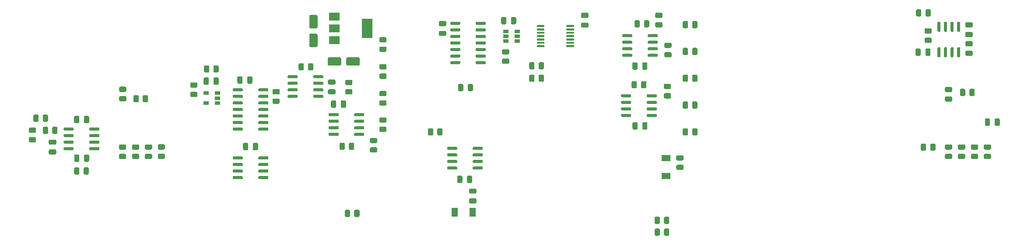
<source format=gbp>
G04 #@! TF.GenerationSoftware,KiCad,Pcbnew,5.1.10-6.fc34*
G04 #@! TF.CreationDate,2021-10-25T16:54:18+02:00*
G04 #@! TF.ProjectId,Amp Module,416d7020-4d6f-4647-956c-652e6b696361,rev?*
G04 #@! TF.SameCoordinates,Original*
G04 #@! TF.FileFunction,Paste,Bot*
G04 #@! TF.FilePolarity,Positive*
%FSLAX46Y46*%
G04 Gerber Fmt 4.6, Leading zero omitted, Abs format (unit mm)*
G04 Created by KiCad (PCBNEW 5.1.10-6.fc34) date 2021-10-25 16:54:18*
%MOMM*%
%LPD*%
G01*
G04 APERTURE LIST*
%ADD10R,1.300000X1.700000*%
%ADD11R,1.700000X1.300000*%
%ADD12R,2.000000X3.800000*%
%ADD13R,2.000000X1.500000*%
%ADD14R,1.060000X0.650000*%
G04 APERTURE END LIST*
G36*
G01*
X74320380Y-31902820D02*
X75270380Y-31902820D01*
G75*
G02*
X75520380Y-32152820I0J-250000D01*
G01*
X75520380Y-32652820D01*
G75*
G02*
X75270380Y-32902820I-250000J0D01*
G01*
X74320380Y-32902820D01*
G75*
G02*
X74070380Y-32652820I0J250000D01*
G01*
X74070380Y-32152820D01*
G75*
G02*
X74320380Y-31902820I250000J0D01*
G01*
G37*
G36*
G01*
X74320380Y-30002820D02*
X75270380Y-30002820D01*
G75*
G02*
X75520380Y-30252820I0J-250000D01*
G01*
X75520380Y-30752820D01*
G75*
G02*
X75270380Y-31002820I-250000J0D01*
G01*
X74320380Y-31002820D01*
G75*
G02*
X74070380Y-30752820I0J250000D01*
G01*
X74070380Y-30252820D01*
G75*
G02*
X74320380Y-30002820I250000J0D01*
G01*
G37*
G36*
G01*
X60540560Y-42532280D02*
X60540560Y-43482280D01*
G75*
G02*
X60290560Y-43732280I-250000J0D01*
G01*
X59790560Y-43732280D01*
G75*
G02*
X59540560Y-43482280I0J250000D01*
G01*
X59540560Y-42532280D01*
G75*
G02*
X59790560Y-42282280I250000J0D01*
G01*
X60290560Y-42282280D01*
G75*
G02*
X60540560Y-42532280I0J-250000D01*
G01*
G37*
G36*
G01*
X58640560Y-42532280D02*
X58640560Y-43482280D01*
G75*
G02*
X58390560Y-43732280I-250000J0D01*
G01*
X57890560Y-43732280D01*
G75*
G02*
X57640560Y-43482280I0J250000D01*
G01*
X57640560Y-42532280D01*
G75*
G02*
X57890560Y-42282280I250000J0D01*
G01*
X58390560Y-42282280D01*
G75*
G02*
X58640560Y-42532280I0J-250000D01*
G01*
G37*
G36*
G01*
X66265380Y-33444320D02*
X66265380Y-33144320D01*
G75*
G02*
X66415380Y-32994320I150000J0D01*
G01*
X68065380Y-32994320D01*
G75*
G02*
X68215380Y-33144320I0J-150000D01*
G01*
X68215380Y-33444320D01*
G75*
G02*
X68065380Y-33594320I-150000J0D01*
G01*
X66415380Y-33594320D01*
G75*
G02*
X66265380Y-33444320I0J150000D01*
G01*
G37*
G36*
G01*
X66265380Y-32174320D02*
X66265380Y-31874320D01*
G75*
G02*
X66415380Y-31724320I150000J0D01*
G01*
X68065380Y-31724320D01*
G75*
G02*
X68215380Y-31874320I0J-150000D01*
G01*
X68215380Y-32174320D01*
G75*
G02*
X68065380Y-32324320I-150000J0D01*
G01*
X66415380Y-32324320D01*
G75*
G02*
X66265380Y-32174320I0J150000D01*
G01*
G37*
G36*
G01*
X66265380Y-30904320D02*
X66265380Y-30604320D01*
G75*
G02*
X66415380Y-30454320I150000J0D01*
G01*
X68065380Y-30454320D01*
G75*
G02*
X68215380Y-30604320I0J-150000D01*
G01*
X68215380Y-30904320D01*
G75*
G02*
X68065380Y-31054320I-150000J0D01*
G01*
X66415380Y-31054320D01*
G75*
G02*
X66265380Y-30904320I0J150000D01*
G01*
G37*
G36*
G01*
X66265380Y-29634320D02*
X66265380Y-29334320D01*
G75*
G02*
X66415380Y-29184320I150000J0D01*
G01*
X68065380Y-29184320D01*
G75*
G02*
X68215380Y-29334320I0J-150000D01*
G01*
X68215380Y-29634320D01*
G75*
G02*
X68065380Y-29784320I-150000J0D01*
G01*
X66415380Y-29784320D01*
G75*
G02*
X66265380Y-29634320I0J150000D01*
G01*
G37*
G36*
G01*
X71215380Y-29634320D02*
X71215380Y-29334320D01*
G75*
G02*
X71365380Y-29184320I150000J0D01*
G01*
X73015380Y-29184320D01*
G75*
G02*
X73165380Y-29334320I0J-150000D01*
G01*
X73165380Y-29634320D01*
G75*
G02*
X73015380Y-29784320I-150000J0D01*
G01*
X71365380Y-29784320D01*
G75*
G02*
X71215380Y-29634320I0J150000D01*
G01*
G37*
G36*
G01*
X71215380Y-30904320D02*
X71215380Y-30604320D01*
G75*
G02*
X71365380Y-30454320I150000J0D01*
G01*
X73015380Y-30454320D01*
G75*
G02*
X73165380Y-30604320I0J-150000D01*
G01*
X73165380Y-30904320D01*
G75*
G02*
X73015380Y-31054320I-150000J0D01*
G01*
X71365380Y-31054320D01*
G75*
G02*
X71215380Y-30904320I0J150000D01*
G01*
G37*
G36*
G01*
X71215380Y-32174320D02*
X71215380Y-31874320D01*
G75*
G02*
X71365380Y-31724320I150000J0D01*
G01*
X73015380Y-31724320D01*
G75*
G02*
X73165380Y-31874320I0J-150000D01*
G01*
X73165380Y-32174320D01*
G75*
G02*
X73015380Y-32324320I-150000J0D01*
G01*
X71365380Y-32324320D01*
G75*
G02*
X71215380Y-32174320I0J150000D01*
G01*
G37*
G36*
G01*
X71215380Y-33444320D02*
X71215380Y-33144320D01*
G75*
G02*
X71365380Y-32994320I150000J0D01*
G01*
X73015380Y-32994320D01*
G75*
G02*
X73165380Y-33144320I0J-150000D01*
G01*
X73165380Y-33444320D01*
G75*
G02*
X73015380Y-33594320I-150000J0D01*
G01*
X71365380Y-33594320D01*
G75*
G02*
X71215380Y-33444320I0J150000D01*
G01*
G37*
G36*
G01*
X132976960Y-39471620D02*
X132976960Y-38521620D01*
G75*
G02*
X133226960Y-38271620I250000J0D01*
G01*
X133726960Y-38271620D01*
G75*
G02*
X133976960Y-38521620I0J-250000D01*
G01*
X133976960Y-39471620D01*
G75*
G02*
X133726960Y-39721620I-250000J0D01*
G01*
X133226960Y-39721620D01*
G75*
G02*
X132976960Y-39471620I0J250000D01*
G01*
G37*
G36*
G01*
X134876960Y-39471620D02*
X134876960Y-38521620D01*
G75*
G02*
X135126960Y-38271620I250000J0D01*
G01*
X135626960Y-38271620D01*
G75*
G02*
X135876960Y-38521620I0J-250000D01*
G01*
X135876960Y-39471620D01*
G75*
G02*
X135626960Y-39721620I-250000J0D01*
G01*
X135126960Y-39721620D01*
G75*
G02*
X134876960Y-39471620I0J250000D01*
G01*
G37*
G36*
G01*
X84256458Y-27033160D02*
X85156462Y-27033160D01*
G75*
G02*
X85406460Y-27283158I0J-249998D01*
G01*
X85406460Y-27808162D01*
G75*
G02*
X85156462Y-28058160I-249998J0D01*
G01*
X84256458Y-28058160D01*
G75*
G02*
X84006460Y-27808162I0J249998D01*
G01*
X84006460Y-27283158D01*
G75*
G02*
X84256458Y-27033160I249998J0D01*
G01*
G37*
G36*
G01*
X84256458Y-28858160D02*
X85156462Y-28858160D01*
G75*
G02*
X85406460Y-29108158I0J-249998D01*
G01*
X85406460Y-29633162D01*
G75*
G02*
X85156462Y-29883160I-249998J0D01*
G01*
X84256458Y-29883160D01*
G75*
G02*
X84006460Y-29633162I0J249998D01*
G01*
X84006460Y-29108158D01*
G75*
G02*
X84256458Y-28858160I249998J0D01*
G01*
G37*
G36*
G01*
X109484580Y-19075420D02*
X109484580Y-18125420D01*
G75*
G02*
X109734580Y-17875420I250000J0D01*
G01*
X110234580Y-17875420D01*
G75*
G02*
X110484580Y-18125420I0J-250000D01*
G01*
X110484580Y-19075420D01*
G75*
G02*
X110234580Y-19325420I-250000J0D01*
G01*
X109734580Y-19325420D01*
G75*
G02*
X109484580Y-19075420I0J250000D01*
G01*
G37*
G36*
G01*
X107584580Y-19075420D02*
X107584580Y-18125420D01*
G75*
G02*
X107834580Y-17875420I250000J0D01*
G01*
X108334580Y-17875420D01*
G75*
G02*
X108584580Y-18125420I0J-250000D01*
G01*
X108584580Y-19075420D01*
G75*
G02*
X108334580Y-19325420I-250000J0D01*
G01*
X107834580Y-19325420D01*
G75*
G02*
X107584580Y-19075420I0J250000D01*
G01*
G37*
G36*
G01*
X25980440Y-47294378D02*
X25980440Y-48194382D01*
G75*
G02*
X25730442Y-48444380I-249998J0D01*
G01*
X25205438Y-48444380D01*
G75*
G02*
X24955440Y-48194382I0J249998D01*
G01*
X24955440Y-47294378D01*
G75*
G02*
X25205438Y-47044380I249998J0D01*
G01*
X25730442Y-47044380D01*
G75*
G02*
X25980440Y-47294378I0J-249998D01*
G01*
G37*
G36*
G01*
X27805440Y-47294378D02*
X27805440Y-48194382D01*
G75*
G02*
X27555442Y-48444380I-249998J0D01*
G01*
X27030438Y-48444380D01*
G75*
G02*
X26780440Y-48194382I0J249998D01*
G01*
X26780440Y-47294378D01*
G75*
G02*
X27030438Y-47044380I249998J0D01*
G01*
X27555442Y-47044380D01*
G75*
G02*
X27805440Y-47294378I0J-249998D01*
G01*
G37*
G36*
G01*
X21254740Y-42651260D02*
X20304740Y-42651260D01*
G75*
G02*
X20054740Y-42401260I0J250000D01*
G01*
X20054740Y-41901260D01*
G75*
G02*
X20304740Y-41651260I250000J0D01*
G01*
X21254740Y-41651260D01*
G75*
G02*
X21504740Y-41901260I0J-250000D01*
G01*
X21504740Y-42401260D01*
G75*
G02*
X21254740Y-42651260I-250000J0D01*
G01*
G37*
G36*
G01*
X21254740Y-44551260D02*
X20304740Y-44551260D01*
G75*
G02*
X20054740Y-44301260I0J250000D01*
G01*
X20054740Y-43801260D01*
G75*
G02*
X20304740Y-43551260I250000J0D01*
G01*
X21254740Y-43551260D01*
G75*
G02*
X21504740Y-43801260I0J-250000D01*
G01*
X21504740Y-44301260D01*
G75*
G02*
X21254740Y-44551260I-250000J0D01*
G01*
G37*
G36*
G01*
X202160000Y-37815000D02*
X202160000Y-38765000D01*
G75*
G02*
X201910000Y-39015000I-250000J0D01*
G01*
X201410000Y-39015000D01*
G75*
G02*
X201160000Y-38765000I0J250000D01*
G01*
X201160000Y-37815000D01*
G75*
G02*
X201410000Y-37565000I250000J0D01*
G01*
X201910000Y-37565000D01*
G75*
G02*
X202160000Y-37815000I0J-250000D01*
G01*
G37*
G36*
G01*
X204060000Y-37815000D02*
X204060000Y-38765000D01*
G75*
G02*
X203810000Y-39015000I-250000J0D01*
G01*
X203310000Y-39015000D01*
G75*
G02*
X203060000Y-38765000I0J250000D01*
G01*
X203060000Y-37815000D01*
G75*
G02*
X203310000Y-37565000I250000J0D01*
G01*
X203810000Y-37565000D01*
G75*
G02*
X204060000Y-37815000I0J-250000D01*
G01*
G37*
G36*
G01*
X26855840Y-38247340D02*
X26855840Y-37297340D01*
G75*
G02*
X27105840Y-37047340I250000J0D01*
G01*
X27605840Y-37047340D01*
G75*
G02*
X27855840Y-37297340I0J-250000D01*
G01*
X27855840Y-38247340D01*
G75*
G02*
X27605840Y-38497340I-250000J0D01*
G01*
X27105840Y-38497340D01*
G75*
G02*
X26855840Y-38247340I0J250000D01*
G01*
G37*
G36*
G01*
X24955840Y-38247340D02*
X24955840Y-37297340D01*
G75*
G02*
X25205840Y-37047340I250000J0D01*
G01*
X25705840Y-37047340D01*
G75*
G02*
X25955840Y-37297340I0J-250000D01*
G01*
X25955840Y-38247340D01*
G75*
G02*
X25705840Y-38497340I-250000J0D01*
G01*
X25205840Y-38497340D01*
G75*
G02*
X24955840Y-38247340I0J250000D01*
G01*
G37*
G36*
G01*
X188752060Y-24249360D02*
X188752060Y-25199360D01*
G75*
G02*
X188502060Y-25449360I-250000J0D01*
G01*
X188002060Y-25449360D01*
G75*
G02*
X187752060Y-25199360I0J250000D01*
G01*
X187752060Y-24249360D01*
G75*
G02*
X188002060Y-23999360I250000J0D01*
G01*
X188502060Y-23999360D01*
G75*
G02*
X188752060Y-24249360I0J-250000D01*
G01*
G37*
G36*
G01*
X190652060Y-24249360D02*
X190652060Y-25199360D01*
G75*
G02*
X190402060Y-25449360I-250000J0D01*
G01*
X189902060Y-25449360D01*
G75*
G02*
X189652060Y-25199360I0J250000D01*
G01*
X189652060Y-24249360D01*
G75*
G02*
X189902060Y-23999360I250000J0D01*
G01*
X190402060Y-23999360D01*
G75*
G02*
X190652060Y-24249360I0J-250000D01*
G01*
G37*
G36*
G01*
X27866000Y-44777640D02*
X27866000Y-45727640D01*
G75*
G02*
X27616000Y-45977640I-250000J0D01*
G01*
X27116000Y-45977640D01*
G75*
G02*
X26866000Y-45727640I0J250000D01*
G01*
X26866000Y-44777640D01*
G75*
G02*
X27116000Y-44527640I250000J0D01*
G01*
X27616000Y-44527640D01*
G75*
G02*
X27866000Y-44777640I0J-250000D01*
G01*
G37*
G36*
G01*
X25966000Y-44777640D02*
X25966000Y-45727640D01*
G75*
G02*
X25716000Y-45977640I-250000J0D01*
G01*
X25216000Y-45977640D01*
G75*
G02*
X24966000Y-45727640I0J250000D01*
G01*
X24966000Y-44777640D01*
G75*
G02*
X25216000Y-44527640I250000J0D01*
G01*
X25716000Y-44527640D01*
G75*
G02*
X25966000Y-44777640I0J-250000D01*
G01*
G37*
G36*
G01*
X198564520Y-21803020D02*
X197614520Y-21803020D01*
G75*
G02*
X197364520Y-21553020I0J250000D01*
G01*
X197364520Y-21053020D01*
G75*
G02*
X197614520Y-20803020I250000J0D01*
G01*
X198564520Y-20803020D01*
G75*
G02*
X198814520Y-21053020I0J-250000D01*
G01*
X198814520Y-21553020D01*
G75*
G02*
X198564520Y-21803020I-250000J0D01*
G01*
G37*
G36*
G01*
X198564520Y-19903020D02*
X197614520Y-19903020D01*
G75*
G02*
X197364520Y-19653020I0J250000D01*
G01*
X197364520Y-19153020D01*
G75*
G02*
X197614520Y-18903020I250000J0D01*
G01*
X198564520Y-18903020D01*
G75*
G02*
X198814520Y-19153020I0J-250000D01*
G01*
X198814520Y-19653020D01*
G75*
G02*
X198564520Y-19903020I-250000J0D01*
G01*
G37*
G36*
G01*
X70699540Y-21107020D02*
X71799540Y-21107020D01*
G75*
G02*
X72049540Y-21357020I0J-250000D01*
G01*
X72049540Y-23457020D01*
G75*
G02*
X71799540Y-23707020I-250000J0D01*
G01*
X70699540Y-23707020D01*
G75*
G02*
X70449540Y-23457020I0J250000D01*
G01*
X70449540Y-21357020D01*
G75*
G02*
X70699540Y-21107020I250000J0D01*
G01*
G37*
G36*
G01*
X70699540Y-17507020D02*
X71799540Y-17507020D01*
G75*
G02*
X72049540Y-17757020I0J-250000D01*
G01*
X72049540Y-19857020D01*
G75*
G02*
X71799540Y-20107020I-250000J0D01*
G01*
X70699540Y-20107020D01*
G75*
G02*
X70449540Y-19857020I0J250000D01*
G01*
X70449540Y-17757020D01*
G75*
G02*
X70699540Y-17507020I250000J0D01*
G01*
G37*
G36*
G01*
X80214400Y-25962520D02*
X80214400Y-27062520D01*
G75*
G02*
X79964400Y-27312520I-250000J0D01*
G01*
X77864400Y-27312520D01*
G75*
G02*
X77614400Y-27062520I0J250000D01*
G01*
X77614400Y-25962520D01*
G75*
G02*
X77864400Y-25712520I250000J0D01*
G01*
X79964400Y-25712520D01*
G75*
G02*
X80214400Y-25962520I0J-250000D01*
G01*
G37*
G36*
G01*
X76614400Y-25962520D02*
X76614400Y-27062520D01*
G75*
G02*
X76364400Y-27312520I-250000J0D01*
G01*
X74264400Y-27312520D01*
G75*
G02*
X74014400Y-27062520I0J250000D01*
G01*
X74014400Y-25962520D01*
G75*
G02*
X74264400Y-25712520I250000J0D01*
G01*
X76364400Y-25712520D01*
G75*
G02*
X76614400Y-25962520I0J-250000D01*
G01*
G37*
G36*
G01*
X102557600Y-52140700D02*
X101607600Y-52140700D01*
G75*
G02*
X101357600Y-51890700I0J250000D01*
G01*
X101357600Y-51390700D01*
G75*
G02*
X101607600Y-51140700I250000J0D01*
G01*
X102557600Y-51140700D01*
G75*
G02*
X102807600Y-51390700I0J-250000D01*
G01*
X102807600Y-51890700D01*
G75*
G02*
X102557600Y-52140700I-250000J0D01*
G01*
G37*
G36*
G01*
X102557600Y-54040700D02*
X101607600Y-54040700D01*
G75*
G02*
X101357600Y-53790700I0J250000D01*
G01*
X101357600Y-53290700D01*
G75*
G02*
X101607600Y-53040700I250000J0D01*
G01*
X102557600Y-53040700D01*
G75*
G02*
X102807600Y-53290700I0J-250000D01*
G01*
X102807600Y-53790700D01*
G75*
G02*
X102557600Y-54040700I-250000J0D01*
G01*
G37*
G36*
G01*
X102135600Y-31094660D02*
X102135600Y-32044660D01*
G75*
G02*
X101885600Y-32294660I-250000J0D01*
G01*
X101385600Y-32294660D01*
G75*
G02*
X101135600Y-32044660I0J250000D01*
G01*
X101135600Y-31094660D01*
G75*
G02*
X101385600Y-30844660I250000J0D01*
G01*
X101885600Y-30844660D01*
G75*
G02*
X102135600Y-31094660I0J-250000D01*
G01*
G37*
G36*
G01*
X100235600Y-31094660D02*
X100235600Y-32044660D01*
G75*
G02*
X99985600Y-32294660I-250000J0D01*
G01*
X99485600Y-32294660D01*
G75*
G02*
X99235600Y-32044660I0J250000D01*
G01*
X99235600Y-31094660D01*
G75*
G02*
X99485600Y-30844660I250000J0D01*
G01*
X99985600Y-30844660D01*
G75*
G02*
X100235600Y-31094660I0J-250000D01*
G01*
G37*
G36*
G01*
X99067960Y-49847520D02*
X99067960Y-48897520D01*
G75*
G02*
X99317960Y-48647520I250000J0D01*
G01*
X99817960Y-48647520D01*
G75*
G02*
X100067960Y-48897520I0J-250000D01*
G01*
X100067960Y-49847520D01*
G75*
G02*
X99817960Y-50097520I-250000J0D01*
G01*
X99317960Y-50097520D01*
G75*
G02*
X99067960Y-49847520I0J250000D01*
G01*
G37*
G36*
G01*
X100967960Y-49847520D02*
X100967960Y-48897520D01*
G75*
G02*
X101217960Y-48647520I250000J0D01*
G01*
X101717960Y-48647520D01*
G75*
G02*
X101967960Y-48897520I0J-250000D01*
G01*
X101967960Y-49847520D01*
G75*
G02*
X101717960Y-50097520I-250000J0D01*
G01*
X101217960Y-50097520D01*
G75*
G02*
X100967960Y-49847520I0J250000D01*
G01*
G37*
G36*
G01*
X123283960Y-18969140D02*
X124233960Y-18969140D01*
G75*
G02*
X124483960Y-19219140I0J-250000D01*
G01*
X124483960Y-19719140D01*
G75*
G02*
X124233960Y-19969140I-250000J0D01*
G01*
X123283960Y-19969140D01*
G75*
G02*
X123033960Y-19719140I0J250000D01*
G01*
X123033960Y-19219140D01*
G75*
G02*
X123283960Y-18969140I250000J0D01*
G01*
G37*
G36*
G01*
X123283960Y-17069140D02*
X124233960Y-17069140D01*
G75*
G02*
X124483960Y-17319140I0J-250000D01*
G01*
X124483960Y-17819140D01*
G75*
G02*
X124233960Y-18069140I-250000J0D01*
G01*
X123283960Y-18069140D01*
G75*
G02*
X123033960Y-17819140I0J250000D01*
G01*
X123033960Y-17319140D01*
G75*
G02*
X123283960Y-17069140I250000J0D01*
G01*
G37*
G36*
G01*
X96715600Y-21579500D02*
X95765600Y-21579500D01*
G75*
G02*
X95515600Y-21329500I0J250000D01*
G01*
X95515600Y-20829500D01*
G75*
G02*
X95765600Y-20579500I250000J0D01*
G01*
X96715600Y-20579500D01*
G75*
G02*
X96965600Y-20829500I0J-250000D01*
G01*
X96965600Y-21329500D01*
G75*
G02*
X96715600Y-21579500I-250000J0D01*
G01*
G37*
G36*
G01*
X96715600Y-19679500D02*
X95765600Y-19679500D01*
G75*
G02*
X95515600Y-19429500I0J250000D01*
G01*
X95515600Y-18929500D01*
G75*
G02*
X95765600Y-18679500I250000J0D01*
G01*
X96715600Y-18679500D01*
G75*
G02*
X96965600Y-18929500I0J-250000D01*
G01*
X96965600Y-19429500D01*
G75*
G02*
X96715600Y-19679500I-250000J0D01*
G01*
G37*
G36*
G01*
X52920560Y-29852600D02*
X52920560Y-30802600D01*
G75*
G02*
X52670560Y-31052600I-250000J0D01*
G01*
X52170560Y-31052600D01*
G75*
G02*
X51920560Y-30802600I0J250000D01*
G01*
X51920560Y-29852600D01*
G75*
G02*
X52170560Y-29602600I250000J0D01*
G01*
X52670560Y-29602600D01*
G75*
G02*
X52920560Y-29852600I0J-250000D01*
G01*
G37*
G36*
G01*
X51020560Y-29852600D02*
X51020560Y-30802600D01*
G75*
G02*
X50770560Y-31052600I-250000J0D01*
G01*
X50270560Y-31052600D01*
G75*
G02*
X50020560Y-30802600I0J250000D01*
G01*
X50020560Y-29852600D01*
G75*
G02*
X50270560Y-29602600I250000J0D01*
G01*
X50770560Y-29602600D01*
G75*
G02*
X51020560Y-29852600I0J-250000D01*
G01*
G37*
G36*
G01*
X57538160Y-29639240D02*
X57538160Y-30589240D01*
G75*
G02*
X57288160Y-30839240I-250000J0D01*
G01*
X56788160Y-30839240D01*
G75*
G02*
X56538160Y-30589240I0J250000D01*
G01*
X56538160Y-29639240D01*
G75*
G02*
X56788160Y-29389240I250000J0D01*
G01*
X57288160Y-29389240D01*
G75*
G02*
X57538160Y-29639240I0J-250000D01*
G01*
G37*
G36*
G01*
X59438160Y-29639240D02*
X59438160Y-30589240D01*
G75*
G02*
X59188160Y-30839240I-250000J0D01*
G01*
X58688160Y-30839240D01*
G75*
G02*
X58438160Y-30589240I0J250000D01*
G01*
X58438160Y-29639240D01*
G75*
G02*
X58688160Y-29389240I250000J0D01*
G01*
X59188160Y-29389240D01*
G75*
G02*
X59438160Y-29639240I0J-250000D01*
G01*
G37*
G36*
G01*
X75663640Y-34305220D02*
X75663640Y-35255220D01*
G75*
G02*
X75413640Y-35505220I-250000J0D01*
G01*
X74913640Y-35505220D01*
G75*
G02*
X74663640Y-35255220I0J250000D01*
G01*
X74663640Y-34305220D01*
G75*
G02*
X74913640Y-34055220I250000J0D01*
G01*
X75413640Y-34055220D01*
G75*
G02*
X75663640Y-34305220I0J-250000D01*
G01*
G37*
G36*
G01*
X77563640Y-34305220D02*
X77563640Y-35255220D01*
G75*
G02*
X77313640Y-35505220I-250000J0D01*
G01*
X76813640Y-35505220D01*
G75*
G02*
X76563640Y-35255220I0J250000D01*
G01*
X76563640Y-34305220D01*
G75*
G02*
X76813640Y-34055220I250000J0D01*
G01*
X77313640Y-34055220D01*
G75*
G02*
X77563640Y-34305220I0J-250000D01*
G01*
G37*
G36*
G01*
X134864260Y-27868900D02*
X134864260Y-26918900D01*
G75*
G02*
X135114260Y-26668900I250000J0D01*
G01*
X135614260Y-26668900D01*
G75*
G02*
X135864260Y-26918900I0J-250000D01*
G01*
X135864260Y-27868900D01*
G75*
G02*
X135614260Y-28118900I-250000J0D01*
G01*
X135114260Y-28118900D01*
G75*
G02*
X134864260Y-27868900I0J250000D01*
G01*
G37*
G36*
G01*
X132964260Y-27868900D02*
X132964260Y-26918900D01*
G75*
G02*
X133214260Y-26668900I250000J0D01*
G01*
X133714260Y-26668900D01*
G75*
G02*
X133964260Y-26918900I0J-250000D01*
G01*
X133964260Y-27868900D01*
G75*
G02*
X133714260Y-28118900I-250000J0D01*
G01*
X133214260Y-28118900D01*
G75*
G02*
X132964260Y-27868900I0J250000D01*
G01*
G37*
D10*
X98585080Y-55742840D03*
X102085080Y-55742840D03*
D11*
X139504420Y-48714600D03*
X139504420Y-45214600D03*
G36*
G01*
X17063660Y-37960722D02*
X17063660Y-37060718D01*
G75*
G02*
X17313658Y-36810720I249998J0D01*
G01*
X17838662Y-36810720D01*
G75*
G02*
X18088660Y-37060718I0J-249998D01*
G01*
X18088660Y-37960722D01*
G75*
G02*
X17838662Y-38210720I-249998J0D01*
G01*
X17313658Y-38210720D01*
G75*
G02*
X17063660Y-37960722I0J249998D01*
G01*
G37*
G36*
G01*
X18888660Y-37960722D02*
X18888660Y-37060718D01*
G75*
G02*
X19138658Y-36810720I249998J0D01*
G01*
X19663662Y-36810720D01*
G75*
G02*
X19913660Y-37060718I0J-249998D01*
G01*
X19913660Y-37960722D01*
G75*
G02*
X19663662Y-38210720I-249998J0D01*
G01*
X19138658Y-38210720D01*
G75*
G02*
X18888660Y-37960722I0J249998D01*
G01*
G37*
G36*
G01*
X189678260Y-17549282D02*
X189678260Y-16649278D01*
G75*
G02*
X189928258Y-16399280I249998J0D01*
G01*
X190453262Y-16399280D01*
G75*
G02*
X190703260Y-16649278I0J-249998D01*
G01*
X190703260Y-17549282D01*
G75*
G02*
X190453262Y-17799280I-249998J0D01*
G01*
X189928258Y-17799280D01*
G75*
G02*
X189678260Y-17549282I0J249998D01*
G01*
G37*
G36*
G01*
X187853260Y-17549282D02*
X187853260Y-16649278D01*
G75*
G02*
X188103258Y-16399280I249998J0D01*
G01*
X188628262Y-16399280D01*
G75*
G02*
X188878260Y-16649278I0J-249998D01*
G01*
X188878260Y-17549282D01*
G75*
G02*
X188628262Y-17799280I-249998J0D01*
G01*
X188103258Y-17799280D01*
G75*
G02*
X187853260Y-17549282I0J249998D01*
G01*
G37*
G36*
G01*
X16433378Y-41172080D02*
X17333382Y-41172080D01*
G75*
G02*
X17583380Y-41422078I0J-249998D01*
G01*
X17583380Y-41947082D01*
G75*
G02*
X17333382Y-42197080I-249998J0D01*
G01*
X16433378Y-42197080D01*
G75*
G02*
X16183380Y-41947082I0J249998D01*
G01*
X16183380Y-41422078D01*
G75*
G02*
X16433378Y-41172080I249998J0D01*
G01*
G37*
G36*
G01*
X16433378Y-39347080D02*
X17333382Y-39347080D01*
G75*
G02*
X17583380Y-39597078I0J-249998D01*
G01*
X17583380Y-40122082D01*
G75*
G02*
X17333382Y-40372080I-249998J0D01*
G01*
X16433378Y-40372080D01*
G75*
G02*
X16183380Y-40122082I0J249998D01*
G01*
X16183380Y-39597078D01*
G75*
G02*
X16433378Y-39347080I249998J0D01*
G01*
G37*
G36*
G01*
X197639518Y-22575460D02*
X198539522Y-22575460D01*
G75*
G02*
X198789520Y-22825458I0J-249998D01*
G01*
X198789520Y-23350462D01*
G75*
G02*
X198539522Y-23600460I-249998J0D01*
G01*
X197639518Y-23600460D01*
G75*
G02*
X197389520Y-23350462I0J249998D01*
G01*
X197389520Y-22825458D01*
G75*
G02*
X197639518Y-22575460I249998J0D01*
G01*
G37*
G36*
G01*
X197639518Y-24400460D02*
X198539522Y-24400460D01*
G75*
G02*
X198789520Y-24650458I0J-249998D01*
G01*
X198789520Y-25175462D01*
G75*
G02*
X198539522Y-25425460I-249998J0D01*
G01*
X197639518Y-25425460D01*
G75*
G02*
X197389520Y-25175462I0J249998D01*
G01*
X197389520Y-24650458D01*
G75*
G02*
X197639518Y-24400460I249998J0D01*
G01*
G37*
G36*
G01*
X19920000Y-39410218D02*
X19920000Y-40310222D01*
G75*
G02*
X19670002Y-40560220I-249998J0D01*
G01*
X19144998Y-40560220D01*
G75*
G02*
X18895000Y-40310222I0J249998D01*
G01*
X18895000Y-39410218D01*
G75*
G02*
X19144998Y-39160220I249998J0D01*
G01*
X19670002Y-39160220D01*
G75*
G02*
X19920000Y-39410218I0J-249998D01*
G01*
G37*
G36*
G01*
X21745000Y-39410218D02*
X21745000Y-40310222D01*
G75*
G02*
X21495002Y-40560220I-249998J0D01*
G01*
X20969998Y-40560220D01*
G75*
G02*
X20720000Y-40310222I0J249998D01*
G01*
X20720000Y-39410218D01*
G75*
G02*
X20969998Y-39160220I249998J0D01*
G01*
X21495002Y-39160220D01*
G75*
G02*
X21745000Y-39410218I0J-249998D01*
G01*
G37*
G36*
G01*
X190627422Y-21090940D02*
X189727418Y-21090940D01*
G75*
G02*
X189477420Y-20840942I0J249998D01*
G01*
X189477420Y-20315938D01*
G75*
G02*
X189727418Y-20065940I249998J0D01*
G01*
X190627422Y-20065940D01*
G75*
G02*
X190877420Y-20315938I0J-249998D01*
G01*
X190877420Y-20840942D01*
G75*
G02*
X190627422Y-21090940I-249998J0D01*
G01*
G37*
G36*
G01*
X190627422Y-22915940D02*
X189727418Y-22915940D01*
G75*
G02*
X189477420Y-22665942I0J249998D01*
G01*
X189477420Y-22140938D01*
G75*
G02*
X189727418Y-21890940I249998J0D01*
G01*
X190627422Y-21890940D01*
G75*
G02*
X190877420Y-22140938I0J-249998D01*
G01*
X190877420Y-22665942D01*
G75*
G02*
X190627422Y-22915940I-249998J0D01*
G01*
G37*
G36*
G01*
X188762580Y-43569042D02*
X188762580Y-42669038D01*
G75*
G02*
X189012578Y-42419040I249998J0D01*
G01*
X189537582Y-42419040D01*
G75*
G02*
X189787580Y-42669038I0J-249998D01*
G01*
X189787580Y-43569042D01*
G75*
G02*
X189537582Y-43819040I-249998J0D01*
G01*
X189012578Y-43819040D01*
G75*
G02*
X188762580Y-43569042I0J249998D01*
G01*
G37*
G36*
G01*
X190587580Y-43569042D02*
X190587580Y-42669038D01*
G75*
G02*
X190837578Y-42419040I249998J0D01*
G01*
X191362582Y-42419040D01*
G75*
G02*
X191612580Y-42669038I0J-249998D01*
G01*
X191612580Y-43569042D01*
G75*
G02*
X191362582Y-43819040I-249998J0D01*
G01*
X190837578Y-43819040D01*
G75*
G02*
X190587580Y-43569042I0J249998D01*
G01*
G37*
G36*
G01*
X41388238Y-42570340D02*
X42288242Y-42570340D01*
G75*
G02*
X42538240Y-42820338I0J-249998D01*
G01*
X42538240Y-43345342D01*
G75*
G02*
X42288242Y-43595340I-249998J0D01*
G01*
X41388238Y-43595340D01*
G75*
G02*
X41138240Y-43345342I0J249998D01*
G01*
X41138240Y-42820338D01*
G75*
G02*
X41388238Y-42570340I249998J0D01*
G01*
G37*
G36*
G01*
X41388238Y-44395340D02*
X42288242Y-44395340D01*
G75*
G02*
X42538240Y-44645338I0J-249998D01*
G01*
X42538240Y-45170342D01*
G75*
G02*
X42288242Y-45420340I-249998J0D01*
G01*
X41388238Y-45420340D01*
G75*
G02*
X41138240Y-45170342I0J249998D01*
G01*
X41138240Y-44645338D01*
G75*
G02*
X41388238Y-44395340I249998J0D01*
G01*
G37*
G36*
G01*
X38886338Y-42590020D02*
X39786342Y-42590020D01*
G75*
G02*
X40036340Y-42840018I0J-249998D01*
G01*
X40036340Y-43365022D01*
G75*
G02*
X39786342Y-43615020I-249998J0D01*
G01*
X38886338Y-43615020D01*
G75*
G02*
X38636340Y-43365022I0J249998D01*
G01*
X38636340Y-42840018D01*
G75*
G02*
X38886338Y-42590020I249998J0D01*
G01*
G37*
G36*
G01*
X38886338Y-44415020D02*
X39786342Y-44415020D01*
G75*
G02*
X40036340Y-44665018I0J-249998D01*
G01*
X40036340Y-45190022D01*
G75*
G02*
X39786342Y-45440020I-249998J0D01*
G01*
X38886338Y-45440020D01*
G75*
G02*
X38636340Y-45190022I0J249998D01*
G01*
X38636340Y-44665018D01*
G75*
G02*
X38886338Y-44415020I249998J0D01*
G01*
G37*
G36*
G01*
X36402218Y-44418200D02*
X37302222Y-44418200D01*
G75*
G02*
X37552220Y-44668198I0J-249998D01*
G01*
X37552220Y-45193202D01*
G75*
G02*
X37302222Y-45443200I-249998J0D01*
G01*
X36402218Y-45443200D01*
G75*
G02*
X36152220Y-45193202I0J249998D01*
G01*
X36152220Y-44668198D01*
G75*
G02*
X36402218Y-44418200I249998J0D01*
G01*
G37*
G36*
G01*
X36402218Y-42593200D02*
X37302222Y-42593200D01*
G75*
G02*
X37552220Y-42843198I0J-249998D01*
G01*
X37552220Y-43368202D01*
G75*
G02*
X37302222Y-43618200I-249998J0D01*
G01*
X36402218Y-43618200D01*
G75*
G02*
X36152220Y-43368202I0J249998D01*
G01*
X36152220Y-42843198D01*
G75*
G02*
X36402218Y-42593200I249998J0D01*
G01*
G37*
G36*
G01*
X33890158Y-44418200D02*
X34790162Y-44418200D01*
G75*
G02*
X35040160Y-44668198I0J-249998D01*
G01*
X35040160Y-45193202D01*
G75*
G02*
X34790162Y-45443200I-249998J0D01*
G01*
X33890158Y-45443200D01*
G75*
G02*
X33640160Y-45193202I0J249998D01*
G01*
X33640160Y-44668198D01*
G75*
G02*
X33890158Y-44418200I249998J0D01*
G01*
G37*
G36*
G01*
X33890158Y-42593200D02*
X34790162Y-42593200D01*
G75*
G02*
X35040160Y-42843198I0J-249998D01*
G01*
X35040160Y-43368202D01*
G75*
G02*
X34790162Y-43618200I-249998J0D01*
G01*
X33890158Y-43618200D01*
G75*
G02*
X33640160Y-43368202I0J249998D01*
G01*
X33640160Y-42843198D01*
G75*
G02*
X33890158Y-42593200I249998J0D01*
G01*
G37*
G36*
G01*
X34820002Y-34245000D02*
X33919998Y-34245000D01*
G75*
G02*
X33670000Y-33995002I0J249998D01*
G01*
X33670000Y-33469998D01*
G75*
G02*
X33919998Y-33220000I249998J0D01*
G01*
X34820002Y-33220000D01*
G75*
G02*
X35070000Y-33469998I0J-249998D01*
G01*
X35070000Y-33995002D01*
G75*
G02*
X34820002Y-34245000I-249998J0D01*
G01*
G37*
G36*
G01*
X34820002Y-32420000D02*
X33919998Y-32420000D01*
G75*
G02*
X33670000Y-32170002I0J249998D01*
G01*
X33670000Y-31644998D01*
G75*
G02*
X33919998Y-31395000I249998J0D01*
G01*
X34820002Y-31395000D01*
G75*
G02*
X35070000Y-31644998I0J-249998D01*
G01*
X35070000Y-32170002D01*
G75*
G02*
X34820002Y-32420000I-249998J0D01*
G01*
G37*
G36*
G01*
X37430000Y-33279998D02*
X37430000Y-34180002D01*
G75*
G02*
X37180002Y-34430000I-249998J0D01*
G01*
X36654998Y-34430000D01*
G75*
G02*
X36405000Y-34180002I0J249998D01*
G01*
X36405000Y-33279998D01*
G75*
G02*
X36654998Y-33030000I249998J0D01*
G01*
X37180002Y-33030000D01*
G75*
G02*
X37430000Y-33279998I0J-249998D01*
G01*
G37*
G36*
G01*
X39255000Y-33279998D02*
X39255000Y-34180002D01*
G75*
G02*
X39005002Y-34430000I-249998J0D01*
G01*
X38479998Y-34430000D01*
G75*
G02*
X38230000Y-34180002I0J249998D01*
G01*
X38230000Y-33279998D01*
G75*
G02*
X38479998Y-33030000I249998J0D01*
G01*
X39005002Y-33030000D01*
G75*
G02*
X39255000Y-33279998I0J-249998D01*
G01*
G37*
G36*
G01*
X201198698Y-44410740D02*
X202098702Y-44410740D01*
G75*
G02*
X202348700Y-44660738I0J-249998D01*
G01*
X202348700Y-45185742D01*
G75*
G02*
X202098702Y-45435740I-249998J0D01*
G01*
X201198698Y-45435740D01*
G75*
G02*
X200948700Y-45185742I0J249998D01*
G01*
X200948700Y-44660738D01*
G75*
G02*
X201198698Y-44410740I249998J0D01*
G01*
G37*
G36*
G01*
X201198698Y-42585740D02*
X202098702Y-42585740D01*
G75*
G02*
X202348700Y-42835738I0J-249998D01*
G01*
X202348700Y-43360742D01*
G75*
G02*
X202098702Y-43610740I-249998J0D01*
G01*
X201198698Y-43610740D01*
G75*
G02*
X200948700Y-43360742I0J249998D01*
G01*
X200948700Y-42835738D01*
G75*
G02*
X201198698Y-42585740I249998J0D01*
G01*
G37*
G36*
G01*
X198698698Y-42585740D02*
X199598702Y-42585740D01*
G75*
G02*
X199848700Y-42835738I0J-249998D01*
G01*
X199848700Y-43360742D01*
G75*
G02*
X199598702Y-43610740I-249998J0D01*
G01*
X198698698Y-43610740D01*
G75*
G02*
X198448700Y-43360742I0J249998D01*
G01*
X198448700Y-42835738D01*
G75*
G02*
X198698698Y-42585740I249998J0D01*
G01*
G37*
G36*
G01*
X198698698Y-44410740D02*
X199598702Y-44410740D01*
G75*
G02*
X199848700Y-44660738I0J-249998D01*
G01*
X199848700Y-45185742D01*
G75*
G02*
X199598702Y-45435740I-249998J0D01*
G01*
X198698698Y-45435740D01*
G75*
G02*
X198448700Y-45185742I0J249998D01*
G01*
X198448700Y-44660738D01*
G75*
G02*
X198698698Y-44410740I249998J0D01*
G01*
G37*
G36*
G01*
X196198698Y-44410740D02*
X197098702Y-44410740D01*
G75*
G02*
X197348700Y-44660738I0J-249998D01*
G01*
X197348700Y-45185742D01*
G75*
G02*
X197098702Y-45435740I-249998J0D01*
G01*
X196198698Y-45435740D01*
G75*
G02*
X195948700Y-45185742I0J249998D01*
G01*
X195948700Y-44660738D01*
G75*
G02*
X196198698Y-44410740I249998J0D01*
G01*
G37*
G36*
G01*
X196198698Y-42585740D02*
X197098702Y-42585740D01*
G75*
G02*
X197348700Y-42835738I0J-249998D01*
G01*
X197348700Y-43360742D01*
G75*
G02*
X197098702Y-43610740I-249998J0D01*
G01*
X196198698Y-43610740D01*
G75*
G02*
X195948700Y-43360742I0J249998D01*
G01*
X195948700Y-42835738D01*
G75*
G02*
X196198698Y-42585740I249998J0D01*
G01*
G37*
G36*
G01*
X193698698Y-42585740D02*
X194598702Y-42585740D01*
G75*
G02*
X194848700Y-42835738I0J-249998D01*
G01*
X194848700Y-43360742D01*
G75*
G02*
X194598702Y-43610740I-249998J0D01*
G01*
X193698698Y-43610740D01*
G75*
G02*
X193448700Y-43360742I0J249998D01*
G01*
X193448700Y-42835738D01*
G75*
G02*
X193698698Y-42585740I249998J0D01*
G01*
G37*
G36*
G01*
X193698698Y-44410740D02*
X194598702Y-44410740D01*
G75*
G02*
X194848700Y-44660738I0J-249998D01*
G01*
X194848700Y-45185742D01*
G75*
G02*
X194598702Y-45435740I-249998J0D01*
G01*
X193698698Y-45435740D01*
G75*
G02*
X193448700Y-45185742I0J249998D01*
G01*
X193448700Y-44660738D01*
G75*
G02*
X193698698Y-44410740I249998J0D01*
G01*
G37*
G36*
G01*
X194590002Y-32480000D02*
X193689998Y-32480000D01*
G75*
G02*
X193440000Y-32230002I0J249998D01*
G01*
X193440000Y-31704998D01*
G75*
G02*
X193689998Y-31455000I249998J0D01*
G01*
X194590002Y-31455000D01*
G75*
G02*
X194840000Y-31704998I0J-249998D01*
G01*
X194840000Y-32230002D01*
G75*
G02*
X194590002Y-32480000I-249998J0D01*
G01*
G37*
G36*
G01*
X194590002Y-34305000D02*
X193689998Y-34305000D01*
G75*
G02*
X193440000Y-34055002I0J249998D01*
G01*
X193440000Y-33529998D01*
G75*
G02*
X193689998Y-33280000I249998J0D01*
G01*
X194590002Y-33280000D01*
G75*
G02*
X194840000Y-33529998I0J-249998D01*
G01*
X194840000Y-34055002D01*
G75*
G02*
X194590002Y-34305000I-249998J0D01*
G01*
G37*
G36*
G01*
X199195000Y-32059998D02*
X199195000Y-32960002D01*
G75*
G02*
X198945002Y-33210000I-249998J0D01*
G01*
X198419998Y-33210000D01*
G75*
G02*
X198170000Y-32960002I0J249998D01*
G01*
X198170000Y-32059998D01*
G75*
G02*
X198419998Y-31810000I249998J0D01*
G01*
X198945002Y-31810000D01*
G75*
G02*
X199195000Y-32059998I0J-249998D01*
G01*
G37*
G36*
G01*
X197370000Y-32059998D02*
X197370000Y-32960002D01*
G75*
G02*
X197120002Y-33210000I-249998J0D01*
G01*
X196594998Y-33210000D01*
G75*
G02*
X196345000Y-32960002I0J249998D01*
G01*
X196345000Y-32059998D01*
G75*
G02*
X196594998Y-31810000I249998J0D01*
G01*
X197120002Y-31810000D01*
G75*
G02*
X197370000Y-32059998I0J-249998D01*
G01*
G37*
G36*
G01*
X79147620Y-56421442D02*
X79147620Y-55521438D01*
G75*
G02*
X79397618Y-55271440I249998J0D01*
G01*
X79922622Y-55271440D01*
G75*
G02*
X80172620Y-55521438I0J-249998D01*
G01*
X80172620Y-56421442D01*
G75*
G02*
X79922622Y-56671440I-249998J0D01*
G01*
X79397618Y-56671440D01*
G75*
G02*
X79147620Y-56421442I0J249998D01*
G01*
G37*
G36*
G01*
X77322620Y-56421442D02*
X77322620Y-55521438D01*
G75*
G02*
X77572618Y-55271440I249998J0D01*
G01*
X78097622Y-55271440D01*
G75*
G02*
X78347620Y-55521438I0J-249998D01*
G01*
X78347620Y-56421442D01*
G75*
G02*
X78097622Y-56671440I-249998J0D01*
G01*
X77572618Y-56671440D01*
G75*
G02*
X77322620Y-56421442I0J249998D01*
G01*
G37*
G36*
G01*
X137259000Y-60063802D02*
X137259000Y-59163798D01*
G75*
G02*
X137508998Y-58913800I249998J0D01*
G01*
X138034002Y-58913800D01*
G75*
G02*
X138284000Y-59163798I0J-249998D01*
G01*
X138284000Y-60063802D01*
G75*
G02*
X138034002Y-60313800I-249998J0D01*
G01*
X137508998Y-60313800D01*
G75*
G02*
X137259000Y-60063802I0J249998D01*
G01*
G37*
G36*
G01*
X139084000Y-60063802D02*
X139084000Y-59163798D01*
G75*
G02*
X139333998Y-58913800I249998J0D01*
G01*
X139859002Y-58913800D01*
G75*
G02*
X140109000Y-59163798I0J-249998D01*
G01*
X140109000Y-60063802D01*
G75*
G02*
X139859002Y-60313800I-249998J0D01*
G01*
X139333998Y-60313800D01*
G75*
G02*
X139084000Y-60063802I0J249998D01*
G01*
G37*
G36*
G01*
X114032080Y-26908338D02*
X114032080Y-27808342D01*
G75*
G02*
X113782082Y-28058340I-249998J0D01*
G01*
X113257078Y-28058340D01*
G75*
G02*
X113007080Y-27808342I0J249998D01*
G01*
X113007080Y-26908338D01*
G75*
G02*
X113257078Y-26658340I249998J0D01*
G01*
X113782082Y-26658340D01*
G75*
G02*
X114032080Y-26908338I0J-249998D01*
G01*
G37*
G36*
G01*
X115857080Y-26908338D02*
X115857080Y-27808342D01*
G75*
G02*
X115607082Y-28058340I-249998J0D01*
G01*
X115082078Y-28058340D01*
G75*
G02*
X114832080Y-27808342I0J249998D01*
G01*
X114832080Y-26908338D01*
G75*
G02*
X115082078Y-26658340I249998J0D01*
G01*
X115607082Y-26658340D01*
G75*
G02*
X115857080Y-26908338I0J-249998D01*
G01*
G37*
G36*
G01*
X137256460Y-57762562D02*
X137256460Y-56862558D01*
G75*
G02*
X137506458Y-56612560I249998J0D01*
G01*
X138031462Y-56612560D01*
G75*
G02*
X138281460Y-56862558I0J-249998D01*
G01*
X138281460Y-57762562D01*
G75*
G02*
X138031462Y-58012560I-249998J0D01*
G01*
X137506458Y-58012560D01*
G75*
G02*
X137256460Y-57762562I0J249998D01*
G01*
G37*
G36*
G01*
X139081460Y-57762562D02*
X139081460Y-56862558D01*
G75*
G02*
X139331458Y-56612560I249998J0D01*
G01*
X139856462Y-56612560D01*
G75*
G02*
X140106460Y-56862558I0J-249998D01*
G01*
X140106460Y-57762562D01*
G75*
G02*
X139856462Y-58012560I-249998J0D01*
G01*
X139331458Y-58012560D01*
G75*
G02*
X139081460Y-57762562I0J249998D01*
G01*
G37*
G36*
G01*
X107987678Y-24122320D02*
X108887682Y-24122320D01*
G75*
G02*
X109137680Y-24372318I0J-249998D01*
G01*
X109137680Y-24897322D01*
G75*
G02*
X108887682Y-25147320I-249998J0D01*
G01*
X107987678Y-25147320D01*
G75*
G02*
X107737680Y-24897322I0J249998D01*
G01*
X107737680Y-24372318D01*
G75*
G02*
X107987678Y-24122320I249998J0D01*
G01*
G37*
G36*
G01*
X107987678Y-25947320D02*
X108887682Y-25947320D01*
G75*
G02*
X109137680Y-26197318I0J-249998D01*
G01*
X109137680Y-26722322D01*
G75*
G02*
X108887682Y-26972320I-249998J0D01*
G01*
X107987678Y-26972320D01*
G75*
G02*
X107737680Y-26722322I0J249998D01*
G01*
X107737680Y-26197318D01*
G75*
G02*
X107987678Y-25947320I249998J0D01*
G01*
G37*
G36*
G01*
X142613802Y-47551400D02*
X141713798Y-47551400D01*
G75*
G02*
X141463800Y-47301402I0J249998D01*
G01*
X141463800Y-46776398D01*
G75*
G02*
X141713798Y-46526400I249998J0D01*
G01*
X142613802Y-46526400D01*
G75*
G02*
X142863800Y-46776398I0J-249998D01*
G01*
X142863800Y-47301402D01*
G75*
G02*
X142613802Y-47551400I-249998J0D01*
G01*
G37*
G36*
G01*
X142613802Y-45726400D02*
X141713798Y-45726400D01*
G75*
G02*
X141463800Y-45476402I0J249998D01*
G01*
X141463800Y-44951398D01*
G75*
G02*
X141713798Y-44701400I249998J0D01*
G01*
X142613802Y-44701400D01*
G75*
G02*
X142863800Y-44951398I0J-249998D01*
G01*
X142863800Y-45476402D01*
G75*
G02*
X142613802Y-45726400I-249998J0D01*
G01*
G37*
G36*
G01*
X93380500Y-40617562D02*
X93380500Y-39717558D01*
G75*
G02*
X93630498Y-39467560I249998J0D01*
G01*
X94155502Y-39467560D01*
G75*
G02*
X94405500Y-39717558I0J-249998D01*
G01*
X94405500Y-40617562D01*
G75*
G02*
X94155502Y-40867560I-249998J0D01*
G01*
X93630498Y-40867560D01*
G75*
G02*
X93380500Y-40617562I0J249998D01*
G01*
G37*
G36*
G01*
X95205500Y-40617562D02*
X95205500Y-39717558D01*
G75*
G02*
X95455498Y-39467560I249998J0D01*
G01*
X95980502Y-39467560D01*
G75*
G02*
X96230500Y-39717558I0J-249998D01*
G01*
X96230500Y-40617562D01*
G75*
G02*
X95980502Y-40867560I-249998J0D01*
G01*
X95455498Y-40867560D01*
G75*
G02*
X95205500Y-40617562I0J249998D01*
G01*
G37*
G36*
G01*
X143734840Y-39709938D02*
X143734840Y-40609942D01*
G75*
G02*
X143484842Y-40859940I-249998J0D01*
G01*
X142959838Y-40859940D01*
G75*
G02*
X142709840Y-40609942I0J249998D01*
G01*
X142709840Y-39709938D01*
G75*
G02*
X142959838Y-39459940I249998J0D01*
G01*
X143484842Y-39459940D01*
G75*
G02*
X143734840Y-39709938I0J-249998D01*
G01*
G37*
G36*
G01*
X145559840Y-39709938D02*
X145559840Y-40609942D01*
G75*
G02*
X145309842Y-40859940I-249998J0D01*
G01*
X144784838Y-40859940D01*
G75*
G02*
X144534840Y-40609942I0J249998D01*
G01*
X144534840Y-39709938D01*
G75*
G02*
X144784838Y-39459940I249998J0D01*
G01*
X145309842Y-39459940D01*
G75*
G02*
X145559840Y-39709938I0J-249998D01*
G01*
G37*
G36*
G01*
X115857080Y-29311178D02*
X115857080Y-30211182D01*
G75*
G02*
X115607082Y-30461180I-249998J0D01*
G01*
X115082078Y-30461180D01*
G75*
G02*
X114832080Y-30211182I0J249998D01*
G01*
X114832080Y-29311178D01*
G75*
G02*
X115082078Y-29061180I249998J0D01*
G01*
X115607082Y-29061180D01*
G75*
G02*
X115857080Y-29311178I0J-249998D01*
G01*
G37*
G36*
G01*
X114032080Y-29311178D02*
X114032080Y-30211182D01*
G75*
G02*
X113782082Y-30461180I-249998J0D01*
G01*
X113257078Y-30461180D01*
G75*
G02*
X113007080Y-30211182I0J249998D01*
G01*
X113007080Y-29311178D01*
G75*
G02*
X113257078Y-29061180I249998J0D01*
G01*
X113782082Y-29061180D01*
G75*
G02*
X114032080Y-29311178I0J-249998D01*
G01*
G37*
G36*
G01*
X47660138Y-30561220D02*
X48560142Y-30561220D01*
G75*
G02*
X48810140Y-30811218I0J-249998D01*
G01*
X48810140Y-31336222D01*
G75*
G02*
X48560142Y-31586220I-249998J0D01*
G01*
X47660138Y-31586220D01*
G75*
G02*
X47410140Y-31336222I0J249998D01*
G01*
X47410140Y-30811218D01*
G75*
G02*
X47660138Y-30561220I249998J0D01*
G01*
G37*
G36*
G01*
X47660138Y-32386220D02*
X48560142Y-32386220D01*
G75*
G02*
X48810140Y-32636218I0J-249998D01*
G01*
X48810140Y-33161222D01*
G75*
G02*
X48560142Y-33411220I-249998J0D01*
G01*
X47660138Y-33411220D01*
G75*
G02*
X47410140Y-33161222I0J249998D01*
G01*
X47410140Y-32636218D01*
G75*
G02*
X47660138Y-32386220I249998J0D01*
G01*
G37*
G36*
G01*
X51903580Y-28405242D02*
X51903580Y-27505238D01*
G75*
G02*
X52153578Y-27255240I249998J0D01*
G01*
X52678582Y-27255240D01*
G75*
G02*
X52928580Y-27505238I0J-249998D01*
G01*
X52928580Y-28405242D01*
G75*
G02*
X52678582Y-28655240I-249998J0D01*
G01*
X52153578Y-28655240D01*
G75*
G02*
X51903580Y-28405242I0J249998D01*
G01*
G37*
G36*
G01*
X50078580Y-28405242D02*
X50078580Y-27505238D01*
G75*
G02*
X50328578Y-27255240I249998J0D01*
G01*
X50853582Y-27255240D01*
G75*
G02*
X51103580Y-27505238I0J-249998D01*
G01*
X51103580Y-28405242D01*
G75*
G02*
X50853582Y-28655240I-249998J0D01*
G01*
X50328578Y-28655240D01*
G75*
G02*
X50078580Y-28405242I0J249998D01*
G01*
G37*
G36*
G01*
X64483402Y-32889240D02*
X63583398Y-32889240D01*
G75*
G02*
X63333400Y-32639242I0J249998D01*
G01*
X63333400Y-32114238D01*
G75*
G02*
X63583398Y-31864240I249998J0D01*
G01*
X64483402Y-31864240D01*
G75*
G02*
X64733400Y-32114238I0J-249998D01*
G01*
X64733400Y-32639242D01*
G75*
G02*
X64483402Y-32889240I-249998J0D01*
G01*
G37*
G36*
G01*
X64483402Y-34714240D02*
X63583398Y-34714240D01*
G75*
G02*
X63333400Y-34464242I0J249998D01*
G01*
X63333400Y-33939238D01*
G75*
G02*
X63583398Y-33689240I249998J0D01*
G01*
X64483402Y-33689240D01*
G75*
G02*
X64733400Y-33939238I0J-249998D01*
G01*
X64733400Y-34464242D01*
G75*
G02*
X64483402Y-34714240I-249998J0D01*
G01*
G37*
G36*
G01*
X68379280Y-28001382D02*
X68379280Y-27101378D01*
G75*
G02*
X68629278Y-26851380I249998J0D01*
G01*
X69154282Y-26851380D01*
G75*
G02*
X69404280Y-27101378I0J-249998D01*
G01*
X69404280Y-28001382D01*
G75*
G02*
X69154282Y-28251380I-249998J0D01*
G01*
X68629278Y-28251380D01*
G75*
G02*
X68379280Y-28001382I0J249998D01*
G01*
G37*
G36*
G01*
X70204280Y-28001382D02*
X70204280Y-27101378D01*
G75*
G02*
X70454278Y-26851380I249998J0D01*
G01*
X70979282Y-26851380D01*
G75*
G02*
X71229280Y-27101378I0J-249998D01*
G01*
X71229280Y-28001382D01*
G75*
G02*
X70979282Y-28251380I-249998J0D01*
G01*
X70454278Y-28251380D01*
G75*
G02*
X70204280Y-28001382I0J249998D01*
G01*
G37*
G36*
G01*
X77662618Y-31880760D02*
X78562622Y-31880760D01*
G75*
G02*
X78812620Y-32130758I0J-249998D01*
G01*
X78812620Y-32655762D01*
G75*
G02*
X78562622Y-32905760I-249998J0D01*
G01*
X77662618Y-32905760D01*
G75*
G02*
X77412620Y-32655762I0J249998D01*
G01*
X77412620Y-32130758D01*
G75*
G02*
X77662618Y-31880760I249998J0D01*
G01*
G37*
G36*
G01*
X77662618Y-30055760D02*
X78562622Y-30055760D01*
G75*
G02*
X78812620Y-30305758I0J-249998D01*
G01*
X78812620Y-30830762D01*
G75*
G02*
X78562622Y-31080760I-249998J0D01*
G01*
X77662618Y-31080760D01*
G75*
G02*
X77412620Y-30830762I0J249998D01*
G01*
X77412620Y-30305758D01*
G75*
G02*
X77662618Y-30055760I249998J0D01*
G01*
G37*
G36*
G01*
X82435278Y-41320660D02*
X83335282Y-41320660D01*
G75*
G02*
X83585280Y-41570658I0J-249998D01*
G01*
X83585280Y-42095662D01*
G75*
G02*
X83335282Y-42345660I-249998J0D01*
G01*
X82435278Y-42345660D01*
G75*
G02*
X82185280Y-42095662I0J249998D01*
G01*
X82185280Y-41570658D01*
G75*
G02*
X82435278Y-41320660I249998J0D01*
G01*
G37*
G36*
G01*
X82435278Y-43145660D02*
X83335282Y-43145660D01*
G75*
G02*
X83585280Y-43395658I0J-249998D01*
G01*
X83585280Y-43920662D01*
G75*
G02*
X83335282Y-44170660I-249998J0D01*
G01*
X82435278Y-44170660D01*
G75*
G02*
X82185280Y-43920662I0J249998D01*
G01*
X82185280Y-43395658D01*
G75*
G02*
X82435278Y-43145660I249998J0D01*
G01*
G37*
G36*
G01*
X76286300Y-43409022D02*
X76286300Y-42509018D01*
G75*
G02*
X76536298Y-42259020I249998J0D01*
G01*
X77061302Y-42259020D01*
G75*
G02*
X77311300Y-42509018I0J-249998D01*
G01*
X77311300Y-43409022D01*
G75*
G02*
X77061302Y-43659020I-249998J0D01*
G01*
X76536298Y-43659020D01*
G75*
G02*
X76286300Y-43409022I0J249998D01*
G01*
G37*
G36*
G01*
X78111300Y-43409022D02*
X78111300Y-42509018D01*
G75*
G02*
X78361298Y-42259020I249998J0D01*
G01*
X78886302Y-42259020D01*
G75*
G02*
X79136300Y-42509018I0J-249998D01*
G01*
X79136300Y-43409022D01*
G75*
G02*
X78886302Y-43659020I-249998J0D01*
G01*
X78361298Y-43659020D01*
G75*
G02*
X78111300Y-43409022I0J249998D01*
G01*
G37*
G36*
G01*
X84253918Y-34057540D02*
X85153922Y-34057540D01*
G75*
G02*
X85403920Y-34307538I0J-249998D01*
G01*
X85403920Y-34832542D01*
G75*
G02*
X85153922Y-35082540I-249998J0D01*
G01*
X84253918Y-35082540D01*
G75*
G02*
X84003920Y-34832542I0J249998D01*
G01*
X84003920Y-34307538D01*
G75*
G02*
X84253918Y-34057540I249998J0D01*
G01*
G37*
G36*
G01*
X84253918Y-32232540D02*
X85153922Y-32232540D01*
G75*
G02*
X85403920Y-32482538I0J-249998D01*
G01*
X85403920Y-33007542D01*
G75*
G02*
X85153922Y-33257540I-249998J0D01*
G01*
X84253918Y-33257540D01*
G75*
G02*
X84003920Y-33007542I0J249998D01*
G01*
X84003920Y-32482538D01*
G75*
G02*
X84253918Y-32232540I249998J0D01*
G01*
G37*
G36*
G01*
X84253918Y-37343020D02*
X85153922Y-37343020D01*
G75*
G02*
X85403920Y-37593018I0J-249998D01*
G01*
X85403920Y-38118022D01*
G75*
G02*
X85153922Y-38368020I-249998J0D01*
G01*
X84253918Y-38368020D01*
G75*
G02*
X84003920Y-38118022I0J249998D01*
G01*
X84003920Y-37593018D01*
G75*
G02*
X84253918Y-37343020I249998J0D01*
G01*
G37*
G36*
G01*
X84253918Y-39168020D02*
X85153922Y-39168020D01*
G75*
G02*
X85403920Y-39418018I0J-249998D01*
G01*
X85403920Y-39943022D01*
G75*
G02*
X85153922Y-40193020I-249998J0D01*
G01*
X84253918Y-40193020D01*
G75*
G02*
X84003920Y-39943022I0J249998D01*
G01*
X84003920Y-39418018D01*
G75*
G02*
X84253918Y-39168020I249998J0D01*
G01*
G37*
G36*
G01*
X84256458Y-23623220D02*
X85156462Y-23623220D01*
G75*
G02*
X85406460Y-23873218I0J-249998D01*
G01*
X85406460Y-24398222D01*
G75*
G02*
X85156462Y-24648220I-249998J0D01*
G01*
X84256458Y-24648220D01*
G75*
G02*
X84006460Y-24398222I0J249998D01*
G01*
X84006460Y-23873218D01*
G75*
G02*
X84256458Y-23623220I249998J0D01*
G01*
G37*
G36*
G01*
X84256458Y-21798220D02*
X85156462Y-21798220D01*
G75*
G02*
X85406460Y-22048218I0J-249998D01*
G01*
X85406460Y-22573222D01*
G75*
G02*
X85156462Y-22823220I-249998J0D01*
G01*
X84256458Y-22823220D01*
G75*
G02*
X84006460Y-22573222I0J249998D01*
G01*
X84006460Y-22048218D01*
G75*
G02*
X84256458Y-21798220I249998J0D01*
G01*
G37*
G36*
G01*
X134402880Y-18757478D02*
X134402880Y-19657482D01*
G75*
G02*
X134152882Y-19907480I-249998J0D01*
G01*
X133627878Y-19907480D01*
G75*
G02*
X133377880Y-19657482I0J249998D01*
G01*
X133377880Y-18757478D01*
G75*
G02*
X133627878Y-18507480I249998J0D01*
G01*
X134152882Y-18507480D01*
G75*
G02*
X134402880Y-18757478I0J-249998D01*
G01*
G37*
G36*
G01*
X136227880Y-18757478D02*
X136227880Y-19657482D01*
G75*
G02*
X135977882Y-19907480I-249998J0D01*
G01*
X135452878Y-19907480D01*
G75*
G02*
X135202880Y-19657482I0J249998D01*
G01*
X135202880Y-18757478D01*
G75*
G02*
X135452878Y-18507480I249998J0D01*
G01*
X135977882Y-18507480D01*
G75*
G02*
X136227880Y-18757478I0J-249998D01*
G01*
G37*
G36*
G01*
X137642178Y-18883580D02*
X138542182Y-18883580D01*
G75*
G02*
X138792180Y-19133578I0J-249998D01*
G01*
X138792180Y-19658582D01*
G75*
G02*
X138542182Y-19908580I-249998J0D01*
G01*
X137642178Y-19908580D01*
G75*
G02*
X137392180Y-19658582I0J249998D01*
G01*
X137392180Y-19133578D01*
G75*
G02*
X137642178Y-18883580I249998J0D01*
G01*
G37*
G36*
G01*
X137642178Y-17058580D02*
X138542182Y-17058580D01*
G75*
G02*
X138792180Y-17308578I0J-249998D01*
G01*
X138792180Y-17833582D01*
G75*
G02*
X138542182Y-18083580I-249998J0D01*
G01*
X137642178Y-18083580D01*
G75*
G02*
X137392180Y-17833582I0J249998D01*
G01*
X137392180Y-17308578D01*
G75*
G02*
X137642178Y-17058580I249998J0D01*
G01*
G37*
G36*
G01*
X139399858Y-24690020D02*
X140299862Y-24690020D01*
G75*
G02*
X140549860Y-24940018I0J-249998D01*
G01*
X140549860Y-25465022D01*
G75*
G02*
X140299862Y-25715020I-249998J0D01*
G01*
X139399858Y-25715020D01*
G75*
G02*
X139149860Y-25465022I0J249998D01*
G01*
X139149860Y-24940018D01*
G75*
G02*
X139399858Y-24690020I249998J0D01*
G01*
G37*
G36*
G01*
X139399858Y-22865020D02*
X140299862Y-22865020D01*
G75*
G02*
X140549860Y-23115018I0J-249998D01*
G01*
X140549860Y-23640022D01*
G75*
G02*
X140299862Y-23890020I-249998J0D01*
G01*
X139399858Y-23890020D01*
G75*
G02*
X139149860Y-23640022I0J249998D01*
G01*
X139149860Y-23115018D01*
G75*
G02*
X139399858Y-22865020I249998J0D01*
G01*
G37*
G36*
G01*
X134641540Y-31458322D02*
X134641540Y-30558318D01*
G75*
G02*
X134891538Y-30308320I249998J0D01*
G01*
X135416542Y-30308320D01*
G75*
G02*
X135666540Y-30558318I0J-249998D01*
G01*
X135666540Y-31458322D01*
G75*
G02*
X135416542Y-31708320I-249998J0D01*
G01*
X134891538Y-31708320D01*
G75*
G02*
X134641540Y-31458322I0J249998D01*
G01*
G37*
G36*
G01*
X132816540Y-31458322D02*
X132816540Y-30558318D01*
G75*
G02*
X133066538Y-30308320I249998J0D01*
G01*
X133591542Y-30308320D01*
G75*
G02*
X133841540Y-30558318I0J-249998D01*
G01*
X133841540Y-31458322D01*
G75*
G02*
X133591542Y-31708320I-249998J0D01*
G01*
X133066538Y-31708320D01*
G75*
G02*
X132816540Y-31458322I0J249998D01*
G01*
G37*
G36*
G01*
X140195722Y-31868160D02*
X139295718Y-31868160D01*
G75*
G02*
X139045720Y-31618162I0J249998D01*
G01*
X139045720Y-31093158D01*
G75*
G02*
X139295718Y-30843160I249998J0D01*
G01*
X140195722Y-30843160D01*
G75*
G02*
X140445720Y-31093158I0J-249998D01*
G01*
X140445720Y-31618162D01*
G75*
G02*
X140195722Y-31868160I-249998J0D01*
G01*
G37*
G36*
G01*
X140195722Y-33693160D02*
X139295718Y-33693160D01*
G75*
G02*
X139045720Y-33443162I0J249998D01*
G01*
X139045720Y-32918158D01*
G75*
G02*
X139295718Y-32668160I249998J0D01*
G01*
X140195722Y-32668160D01*
G75*
G02*
X140445720Y-32918158I0J-249998D01*
G01*
X140445720Y-33443162D01*
G75*
G02*
X140195722Y-33693160I-249998J0D01*
G01*
G37*
G36*
G01*
X143734840Y-24114338D02*
X143734840Y-25014342D01*
G75*
G02*
X143484842Y-25264340I-249998J0D01*
G01*
X142959838Y-25264340D01*
G75*
G02*
X142709840Y-25014342I0J249998D01*
G01*
X142709840Y-24114338D01*
G75*
G02*
X142959838Y-23864340I249998J0D01*
G01*
X143484842Y-23864340D01*
G75*
G02*
X143734840Y-24114338I0J-249998D01*
G01*
G37*
G36*
G01*
X145559840Y-24114338D02*
X145559840Y-25014342D01*
G75*
G02*
X145309842Y-25264340I-249998J0D01*
G01*
X144784838Y-25264340D01*
G75*
G02*
X144534840Y-25014342I0J249998D01*
G01*
X144534840Y-24114338D01*
G75*
G02*
X144784838Y-23864340I249998J0D01*
G01*
X145309842Y-23864340D01*
G75*
G02*
X145559840Y-24114338I0J-249998D01*
G01*
G37*
G36*
G01*
X145559840Y-29316258D02*
X145559840Y-30216262D01*
G75*
G02*
X145309842Y-30466260I-249998J0D01*
G01*
X144784838Y-30466260D01*
G75*
G02*
X144534840Y-30216262I0J249998D01*
G01*
X144534840Y-29316258D01*
G75*
G02*
X144784838Y-29066260I249998J0D01*
G01*
X145309842Y-29066260D01*
G75*
G02*
X145559840Y-29316258I0J-249998D01*
G01*
G37*
G36*
G01*
X143734840Y-29316258D02*
X143734840Y-30216262D01*
G75*
G02*
X143484842Y-30466260I-249998J0D01*
G01*
X142959838Y-30466260D01*
G75*
G02*
X142709840Y-30216262I0J249998D01*
G01*
X142709840Y-29316258D01*
G75*
G02*
X142959838Y-29066260I249998J0D01*
G01*
X143484842Y-29066260D01*
G75*
G02*
X143734840Y-29316258I0J-249998D01*
G01*
G37*
G36*
G01*
X143734840Y-34523258D02*
X143734840Y-35423262D01*
G75*
G02*
X143484842Y-35673260I-249998J0D01*
G01*
X142959838Y-35673260D01*
G75*
G02*
X142709840Y-35423262I0J249998D01*
G01*
X142709840Y-34523258D01*
G75*
G02*
X142959838Y-34273260I249998J0D01*
G01*
X143484842Y-34273260D01*
G75*
G02*
X143734840Y-34523258I0J-249998D01*
G01*
G37*
G36*
G01*
X145559840Y-34523258D02*
X145559840Y-35423262D01*
G75*
G02*
X145309842Y-35673260I-249998J0D01*
G01*
X144784838Y-35673260D01*
G75*
G02*
X144534840Y-35423262I0J249998D01*
G01*
X144534840Y-34523258D01*
G75*
G02*
X144784838Y-34273260I249998J0D01*
G01*
X145309842Y-34273260D01*
G75*
G02*
X145559840Y-34523258I0J-249998D01*
G01*
G37*
G36*
G01*
X145559840Y-18922578D02*
X145559840Y-19822582D01*
G75*
G02*
X145309842Y-20072580I-249998J0D01*
G01*
X144784838Y-20072580D01*
G75*
G02*
X144534840Y-19822582I0J249998D01*
G01*
X144534840Y-18922578D01*
G75*
G02*
X144784838Y-18672580I249998J0D01*
G01*
X145309842Y-18672580D01*
G75*
G02*
X145559840Y-18922578I0J-249998D01*
G01*
G37*
G36*
G01*
X143734840Y-18922578D02*
X143734840Y-19822582D01*
G75*
G02*
X143484842Y-20072580I-249998J0D01*
G01*
X142959838Y-20072580D01*
G75*
G02*
X142709840Y-19822582I0J249998D01*
G01*
X142709840Y-18922578D01*
G75*
G02*
X142959838Y-18672580I249998J0D01*
G01*
X143484842Y-18672580D01*
G75*
G02*
X143734840Y-18922578I0J-249998D01*
G01*
G37*
G36*
G01*
X27875360Y-43568760D02*
X27875360Y-43268760D01*
G75*
G02*
X28025360Y-43118760I150000J0D01*
G01*
X29675360Y-43118760D01*
G75*
G02*
X29825360Y-43268760I0J-150000D01*
G01*
X29825360Y-43568760D01*
G75*
G02*
X29675360Y-43718760I-150000J0D01*
G01*
X28025360Y-43718760D01*
G75*
G02*
X27875360Y-43568760I0J150000D01*
G01*
G37*
G36*
G01*
X27875360Y-42298760D02*
X27875360Y-41998760D01*
G75*
G02*
X28025360Y-41848760I150000J0D01*
G01*
X29675360Y-41848760D01*
G75*
G02*
X29825360Y-41998760I0J-150000D01*
G01*
X29825360Y-42298760D01*
G75*
G02*
X29675360Y-42448760I-150000J0D01*
G01*
X28025360Y-42448760D01*
G75*
G02*
X27875360Y-42298760I0J150000D01*
G01*
G37*
G36*
G01*
X27875360Y-41028760D02*
X27875360Y-40728760D01*
G75*
G02*
X28025360Y-40578760I150000J0D01*
G01*
X29675360Y-40578760D01*
G75*
G02*
X29825360Y-40728760I0J-150000D01*
G01*
X29825360Y-41028760D01*
G75*
G02*
X29675360Y-41178760I-150000J0D01*
G01*
X28025360Y-41178760D01*
G75*
G02*
X27875360Y-41028760I0J150000D01*
G01*
G37*
G36*
G01*
X27875360Y-39758760D02*
X27875360Y-39458760D01*
G75*
G02*
X28025360Y-39308760I150000J0D01*
G01*
X29675360Y-39308760D01*
G75*
G02*
X29825360Y-39458760I0J-150000D01*
G01*
X29825360Y-39758760D01*
G75*
G02*
X29675360Y-39908760I-150000J0D01*
G01*
X28025360Y-39908760D01*
G75*
G02*
X27875360Y-39758760I0J150000D01*
G01*
G37*
G36*
G01*
X22925360Y-39758760D02*
X22925360Y-39458760D01*
G75*
G02*
X23075360Y-39308760I150000J0D01*
G01*
X24725360Y-39308760D01*
G75*
G02*
X24875360Y-39458760I0J-150000D01*
G01*
X24875360Y-39758760D01*
G75*
G02*
X24725360Y-39908760I-150000J0D01*
G01*
X23075360Y-39908760D01*
G75*
G02*
X22925360Y-39758760I0J150000D01*
G01*
G37*
G36*
G01*
X22925360Y-41028760D02*
X22925360Y-40728760D01*
G75*
G02*
X23075360Y-40578760I150000J0D01*
G01*
X24725360Y-40578760D01*
G75*
G02*
X24875360Y-40728760I0J-150000D01*
G01*
X24875360Y-41028760D01*
G75*
G02*
X24725360Y-41178760I-150000J0D01*
G01*
X23075360Y-41178760D01*
G75*
G02*
X22925360Y-41028760I0J150000D01*
G01*
G37*
G36*
G01*
X22925360Y-42298760D02*
X22925360Y-41998760D01*
G75*
G02*
X23075360Y-41848760I150000J0D01*
G01*
X24725360Y-41848760D01*
G75*
G02*
X24875360Y-41998760I0J-150000D01*
G01*
X24875360Y-42298760D01*
G75*
G02*
X24725360Y-42448760I-150000J0D01*
G01*
X23075360Y-42448760D01*
G75*
G02*
X22925360Y-42298760I0J150000D01*
G01*
G37*
G36*
G01*
X22925360Y-43568760D02*
X22925360Y-43268760D01*
G75*
G02*
X23075360Y-43118760I150000J0D01*
G01*
X24725360Y-43118760D01*
G75*
G02*
X24875360Y-43268760I0J-150000D01*
G01*
X24875360Y-43568760D01*
G75*
G02*
X24725360Y-43718760I-150000J0D01*
G01*
X23075360Y-43718760D01*
G75*
G02*
X22925360Y-43568760I0J150000D01*
G01*
G37*
G36*
G01*
X196243080Y-20750400D02*
X195943080Y-20750400D01*
G75*
G02*
X195793080Y-20600400I0J150000D01*
G01*
X195793080Y-18950400D01*
G75*
G02*
X195943080Y-18800400I150000J0D01*
G01*
X196243080Y-18800400D01*
G75*
G02*
X196393080Y-18950400I0J-150000D01*
G01*
X196393080Y-20600400D01*
G75*
G02*
X196243080Y-20750400I-150000J0D01*
G01*
G37*
G36*
G01*
X194973080Y-20750400D02*
X194673080Y-20750400D01*
G75*
G02*
X194523080Y-20600400I0J150000D01*
G01*
X194523080Y-18950400D01*
G75*
G02*
X194673080Y-18800400I150000J0D01*
G01*
X194973080Y-18800400D01*
G75*
G02*
X195123080Y-18950400I0J-150000D01*
G01*
X195123080Y-20600400D01*
G75*
G02*
X194973080Y-20750400I-150000J0D01*
G01*
G37*
G36*
G01*
X193703080Y-20750400D02*
X193403080Y-20750400D01*
G75*
G02*
X193253080Y-20600400I0J150000D01*
G01*
X193253080Y-18950400D01*
G75*
G02*
X193403080Y-18800400I150000J0D01*
G01*
X193703080Y-18800400D01*
G75*
G02*
X193853080Y-18950400I0J-150000D01*
G01*
X193853080Y-20600400D01*
G75*
G02*
X193703080Y-20750400I-150000J0D01*
G01*
G37*
G36*
G01*
X192433080Y-20750400D02*
X192133080Y-20750400D01*
G75*
G02*
X191983080Y-20600400I0J150000D01*
G01*
X191983080Y-18950400D01*
G75*
G02*
X192133080Y-18800400I150000J0D01*
G01*
X192433080Y-18800400D01*
G75*
G02*
X192583080Y-18950400I0J-150000D01*
G01*
X192583080Y-20600400D01*
G75*
G02*
X192433080Y-20750400I-150000J0D01*
G01*
G37*
G36*
G01*
X192433080Y-25700400D02*
X192133080Y-25700400D01*
G75*
G02*
X191983080Y-25550400I0J150000D01*
G01*
X191983080Y-23900400D01*
G75*
G02*
X192133080Y-23750400I150000J0D01*
G01*
X192433080Y-23750400D01*
G75*
G02*
X192583080Y-23900400I0J-150000D01*
G01*
X192583080Y-25550400D01*
G75*
G02*
X192433080Y-25700400I-150000J0D01*
G01*
G37*
G36*
G01*
X193703080Y-25700400D02*
X193403080Y-25700400D01*
G75*
G02*
X193253080Y-25550400I0J150000D01*
G01*
X193253080Y-23900400D01*
G75*
G02*
X193403080Y-23750400I150000J0D01*
G01*
X193703080Y-23750400D01*
G75*
G02*
X193853080Y-23900400I0J-150000D01*
G01*
X193853080Y-25550400D01*
G75*
G02*
X193703080Y-25700400I-150000J0D01*
G01*
G37*
G36*
G01*
X194973080Y-25700400D02*
X194673080Y-25700400D01*
G75*
G02*
X194523080Y-25550400I0J150000D01*
G01*
X194523080Y-23900400D01*
G75*
G02*
X194673080Y-23750400I150000J0D01*
G01*
X194973080Y-23750400D01*
G75*
G02*
X195123080Y-23900400I0J-150000D01*
G01*
X195123080Y-25550400D01*
G75*
G02*
X194973080Y-25700400I-150000J0D01*
G01*
G37*
G36*
G01*
X196243080Y-25700400D02*
X195943080Y-25700400D01*
G75*
G02*
X195793080Y-25550400I0J150000D01*
G01*
X195793080Y-23900400D01*
G75*
G02*
X195943080Y-23750400I150000J0D01*
G01*
X196243080Y-23750400D01*
G75*
G02*
X196393080Y-23900400I0J-150000D01*
G01*
X196393080Y-25550400D01*
G75*
G02*
X196243080Y-25700400I-150000J0D01*
G01*
G37*
D12*
X81620760Y-20096480D03*
D13*
X75320760Y-20096480D03*
X75320760Y-17796480D03*
X75320760Y-22396480D03*
G36*
G01*
X102076380Y-47333040D02*
X102076380Y-47033040D01*
G75*
G02*
X102226380Y-46883040I150000J0D01*
G01*
X103876380Y-46883040D01*
G75*
G02*
X104026380Y-47033040I0J-150000D01*
G01*
X104026380Y-47333040D01*
G75*
G02*
X103876380Y-47483040I-150000J0D01*
G01*
X102226380Y-47483040D01*
G75*
G02*
X102076380Y-47333040I0J150000D01*
G01*
G37*
G36*
G01*
X102076380Y-46063040D02*
X102076380Y-45763040D01*
G75*
G02*
X102226380Y-45613040I150000J0D01*
G01*
X103876380Y-45613040D01*
G75*
G02*
X104026380Y-45763040I0J-150000D01*
G01*
X104026380Y-46063040D01*
G75*
G02*
X103876380Y-46213040I-150000J0D01*
G01*
X102226380Y-46213040D01*
G75*
G02*
X102076380Y-46063040I0J150000D01*
G01*
G37*
G36*
G01*
X102076380Y-44793040D02*
X102076380Y-44493040D01*
G75*
G02*
X102226380Y-44343040I150000J0D01*
G01*
X103876380Y-44343040D01*
G75*
G02*
X104026380Y-44493040I0J-150000D01*
G01*
X104026380Y-44793040D01*
G75*
G02*
X103876380Y-44943040I-150000J0D01*
G01*
X102226380Y-44943040D01*
G75*
G02*
X102076380Y-44793040I0J150000D01*
G01*
G37*
G36*
G01*
X102076380Y-43523040D02*
X102076380Y-43223040D01*
G75*
G02*
X102226380Y-43073040I150000J0D01*
G01*
X103876380Y-43073040D01*
G75*
G02*
X104026380Y-43223040I0J-150000D01*
G01*
X104026380Y-43523040D01*
G75*
G02*
X103876380Y-43673040I-150000J0D01*
G01*
X102226380Y-43673040D01*
G75*
G02*
X102076380Y-43523040I0J150000D01*
G01*
G37*
G36*
G01*
X97126380Y-43523040D02*
X97126380Y-43223040D01*
G75*
G02*
X97276380Y-43073040I150000J0D01*
G01*
X98926380Y-43073040D01*
G75*
G02*
X99076380Y-43223040I0J-150000D01*
G01*
X99076380Y-43523040D01*
G75*
G02*
X98926380Y-43673040I-150000J0D01*
G01*
X97276380Y-43673040D01*
G75*
G02*
X97126380Y-43523040I0J150000D01*
G01*
G37*
G36*
G01*
X97126380Y-44793040D02*
X97126380Y-44493040D01*
G75*
G02*
X97276380Y-44343040I150000J0D01*
G01*
X98926380Y-44343040D01*
G75*
G02*
X99076380Y-44493040I0J-150000D01*
G01*
X99076380Y-44793040D01*
G75*
G02*
X98926380Y-44943040I-150000J0D01*
G01*
X97276380Y-44943040D01*
G75*
G02*
X97126380Y-44793040I0J150000D01*
G01*
G37*
G36*
G01*
X97126380Y-46063040D02*
X97126380Y-45763040D01*
G75*
G02*
X97276380Y-45613040I150000J0D01*
G01*
X98926380Y-45613040D01*
G75*
G02*
X99076380Y-45763040I0J-150000D01*
G01*
X99076380Y-46063040D01*
G75*
G02*
X98926380Y-46213040I-150000J0D01*
G01*
X97276380Y-46213040D01*
G75*
G02*
X97126380Y-46063040I0J150000D01*
G01*
G37*
G36*
G01*
X97126380Y-47333040D02*
X97126380Y-47033040D01*
G75*
G02*
X97276380Y-46883040I150000J0D01*
G01*
X98926380Y-46883040D01*
G75*
G02*
X99076380Y-47033040I0J-150000D01*
G01*
X99076380Y-47333040D01*
G75*
G02*
X98926380Y-47483040I-150000J0D01*
G01*
X97276380Y-47483040D01*
G75*
G02*
X97126380Y-47333040I0J150000D01*
G01*
G37*
D14*
X108452740Y-22570480D03*
X108452740Y-21620480D03*
X108452740Y-20670480D03*
X110652740Y-20670480D03*
X110652740Y-22570480D03*
X110652740Y-21620480D03*
G36*
G01*
X114469360Y-23655240D02*
X114469360Y-23455240D01*
G75*
G02*
X114569360Y-23355240I100000J0D01*
G01*
X115844360Y-23355240D01*
G75*
G02*
X115944360Y-23455240I0J-100000D01*
G01*
X115944360Y-23655240D01*
G75*
G02*
X115844360Y-23755240I-100000J0D01*
G01*
X114569360Y-23755240D01*
G75*
G02*
X114469360Y-23655240I0J100000D01*
G01*
G37*
G36*
G01*
X114469360Y-23005240D02*
X114469360Y-22805240D01*
G75*
G02*
X114569360Y-22705240I100000J0D01*
G01*
X115844360Y-22705240D01*
G75*
G02*
X115944360Y-22805240I0J-100000D01*
G01*
X115944360Y-23005240D01*
G75*
G02*
X115844360Y-23105240I-100000J0D01*
G01*
X114569360Y-23105240D01*
G75*
G02*
X114469360Y-23005240I0J100000D01*
G01*
G37*
G36*
G01*
X114469360Y-22355240D02*
X114469360Y-22155240D01*
G75*
G02*
X114569360Y-22055240I100000J0D01*
G01*
X115844360Y-22055240D01*
G75*
G02*
X115944360Y-22155240I0J-100000D01*
G01*
X115944360Y-22355240D01*
G75*
G02*
X115844360Y-22455240I-100000J0D01*
G01*
X114569360Y-22455240D01*
G75*
G02*
X114469360Y-22355240I0J100000D01*
G01*
G37*
G36*
G01*
X114469360Y-21705240D02*
X114469360Y-21505240D01*
G75*
G02*
X114569360Y-21405240I100000J0D01*
G01*
X115844360Y-21405240D01*
G75*
G02*
X115944360Y-21505240I0J-100000D01*
G01*
X115944360Y-21705240D01*
G75*
G02*
X115844360Y-21805240I-100000J0D01*
G01*
X114569360Y-21805240D01*
G75*
G02*
X114469360Y-21705240I0J100000D01*
G01*
G37*
G36*
G01*
X114469360Y-21055240D02*
X114469360Y-20855240D01*
G75*
G02*
X114569360Y-20755240I100000J0D01*
G01*
X115844360Y-20755240D01*
G75*
G02*
X115944360Y-20855240I0J-100000D01*
G01*
X115944360Y-21055240D01*
G75*
G02*
X115844360Y-21155240I-100000J0D01*
G01*
X114569360Y-21155240D01*
G75*
G02*
X114469360Y-21055240I0J100000D01*
G01*
G37*
G36*
G01*
X114469360Y-20405240D02*
X114469360Y-20205240D01*
G75*
G02*
X114569360Y-20105240I100000J0D01*
G01*
X115844360Y-20105240D01*
G75*
G02*
X115944360Y-20205240I0J-100000D01*
G01*
X115944360Y-20405240D01*
G75*
G02*
X115844360Y-20505240I-100000J0D01*
G01*
X114569360Y-20505240D01*
G75*
G02*
X114469360Y-20405240I0J100000D01*
G01*
G37*
G36*
G01*
X114469360Y-19755240D02*
X114469360Y-19555240D01*
G75*
G02*
X114569360Y-19455240I100000J0D01*
G01*
X115844360Y-19455240D01*
G75*
G02*
X115944360Y-19555240I0J-100000D01*
G01*
X115944360Y-19755240D01*
G75*
G02*
X115844360Y-19855240I-100000J0D01*
G01*
X114569360Y-19855240D01*
G75*
G02*
X114469360Y-19755240I0J100000D01*
G01*
G37*
G36*
G01*
X120194360Y-19755240D02*
X120194360Y-19555240D01*
G75*
G02*
X120294360Y-19455240I100000J0D01*
G01*
X121569360Y-19455240D01*
G75*
G02*
X121669360Y-19555240I0J-100000D01*
G01*
X121669360Y-19755240D01*
G75*
G02*
X121569360Y-19855240I-100000J0D01*
G01*
X120294360Y-19855240D01*
G75*
G02*
X120194360Y-19755240I0J100000D01*
G01*
G37*
G36*
G01*
X120194360Y-20405240D02*
X120194360Y-20205240D01*
G75*
G02*
X120294360Y-20105240I100000J0D01*
G01*
X121569360Y-20105240D01*
G75*
G02*
X121669360Y-20205240I0J-100000D01*
G01*
X121669360Y-20405240D01*
G75*
G02*
X121569360Y-20505240I-100000J0D01*
G01*
X120294360Y-20505240D01*
G75*
G02*
X120194360Y-20405240I0J100000D01*
G01*
G37*
G36*
G01*
X120194360Y-21055240D02*
X120194360Y-20855240D01*
G75*
G02*
X120294360Y-20755240I100000J0D01*
G01*
X121569360Y-20755240D01*
G75*
G02*
X121669360Y-20855240I0J-100000D01*
G01*
X121669360Y-21055240D01*
G75*
G02*
X121569360Y-21155240I-100000J0D01*
G01*
X120294360Y-21155240D01*
G75*
G02*
X120194360Y-21055240I0J100000D01*
G01*
G37*
G36*
G01*
X120194360Y-21705240D02*
X120194360Y-21505240D01*
G75*
G02*
X120294360Y-21405240I100000J0D01*
G01*
X121569360Y-21405240D01*
G75*
G02*
X121669360Y-21505240I0J-100000D01*
G01*
X121669360Y-21705240D01*
G75*
G02*
X121569360Y-21805240I-100000J0D01*
G01*
X120294360Y-21805240D01*
G75*
G02*
X120194360Y-21705240I0J100000D01*
G01*
G37*
G36*
G01*
X120194360Y-22355240D02*
X120194360Y-22155240D01*
G75*
G02*
X120294360Y-22055240I100000J0D01*
G01*
X121569360Y-22055240D01*
G75*
G02*
X121669360Y-22155240I0J-100000D01*
G01*
X121669360Y-22355240D01*
G75*
G02*
X121569360Y-22455240I-100000J0D01*
G01*
X120294360Y-22455240D01*
G75*
G02*
X120194360Y-22355240I0J100000D01*
G01*
G37*
G36*
G01*
X120194360Y-23005240D02*
X120194360Y-22805240D01*
G75*
G02*
X120294360Y-22705240I100000J0D01*
G01*
X121569360Y-22705240D01*
G75*
G02*
X121669360Y-22805240I0J-100000D01*
G01*
X121669360Y-23005240D01*
G75*
G02*
X121569360Y-23105240I-100000J0D01*
G01*
X120294360Y-23105240D01*
G75*
G02*
X120194360Y-23005240I0J100000D01*
G01*
G37*
G36*
G01*
X120194360Y-23655240D02*
X120194360Y-23455240D01*
G75*
G02*
X120294360Y-23355240I100000J0D01*
G01*
X121569360Y-23355240D01*
G75*
G02*
X121669360Y-23455240I0J-100000D01*
G01*
X121669360Y-23655240D01*
G75*
G02*
X121569360Y-23755240I-100000J0D01*
G01*
X120294360Y-23755240D01*
G75*
G02*
X120194360Y-23655240I0J100000D01*
G01*
G37*
G36*
G01*
X99660580Y-18971120D02*
X99660580Y-19271120D01*
G75*
G02*
X99510580Y-19421120I-150000J0D01*
G01*
X97860580Y-19421120D01*
G75*
G02*
X97710580Y-19271120I0J150000D01*
G01*
X97710580Y-18971120D01*
G75*
G02*
X97860580Y-18821120I150000J0D01*
G01*
X99510580Y-18821120D01*
G75*
G02*
X99660580Y-18971120I0J-150000D01*
G01*
G37*
G36*
G01*
X99660580Y-20241120D02*
X99660580Y-20541120D01*
G75*
G02*
X99510580Y-20691120I-150000J0D01*
G01*
X97860580Y-20691120D01*
G75*
G02*
X97710580Y-20541120I0J150000D01*
G01*
X97710580Y-20241120D01*
G75*
G02*
X97860580Y-20091120I150000J0D01*
G01*
X99510580Y-20091120D01*
G75*
G02*
X99660580Y-20241120I0J-150000D01*
G01*
G37*
G36*
G01*
X99660580Y-21511120D02*
X99660580Y-21811120D01*
G75*
G02*
X99510580Y-21961120I-150000J0D01*
G01*
X97860580Y-21961120D01*
G75*
G02*
X97710580Y-21811120I0J150000D01*
G01*
X97710580Y-21511120D01*
G75*
G02*
X97860580Y-21361120I150000J0D01*
G01*
X99510580Y-21361120D01*
G75*
G02*
X99660580Y-21511120I0J-150000D01*
G01*
G37*
G36*
G01*
X99660580Y-22781120D02*
X99660580Y-23081120D01*
G75*
G02*
X99510580Y-23231120I-150000J0D01*
G01*
X97860580Y-23231120D01*
G75*
G02*
X97710580Y-23081120I0J150000D01*
G01*
X97710580Y-22781120D01*
G75*
G02*
X97860580Y-22631120I150000J0D01*
G01*
X99510580Y-22631120D01*
G75*
G02*
X99660580Y-22781120I0J-150000D01*
G01*
G37*
G36*
G01*
X99660580Y-24051120D02*
X99660580Y-24351120D01*
G75*
G02*
X99510580Y-24501120I-150000J0D01*
G01*
X97860580Y-24501120D01*
G75*
G02*
X97710580Y-24351120I0J150000D01*
G01*
X97710580Y-24051120D01*
G75*
G02*
X97860580Y-23901120I150000J0D01*
G01*
X99510580Y-23901120D01*
G75*
G02*
X99660580Y-24051120I0J-150000D01*
G01*
G37*
G36*
G01*
X99660580Y-25321120D02*
X99660580Y-25621120D01*
G75*
G02*
X99510580Y-25771120I-150000J0D01*
G01*
X97860580Y-25771120D01*
G75*
G02*
X97710580Y-25621120I0J150000D01*
G01*
X97710580Y-25321120D01*
G75*
G02*
X97860580Y-25171120I150000J0D01*
G01*
X99510580Y-25171120D01*
G75*
G02*
X99660580Y-25321120I0J-150000D01*
G01*
G37*
G36*
G01*
X99660580Y-26591120D02*
X99660580Y-26891120D01*
G75*
G02*
X99510580Y-27041120I-150000J0D01*
G01*
X97860580Y-27041120D01*
G75*
G02*
X97710580Y-26891120I0J150000D01*
G01*
X97710580Y-26591120D01*
G75*
G02*
X97860580Y-26441120I150000J0D01*
G01*
X99510580Y-26441120D01*
G75*
G02*
X99660580Y-26591120I0J-150000D01*
G01*
G37*
G36*
G01*
X104610580Y-26591120D02*
X104610580Y-26891120D01*
G75*
G02*
X104460580Y-27041120I-150000J0D01*
G01*
X102810580Y-27041120D01*
G75*
G02*
X102660580Y-26891120I0J150000D01*
G01*
X102660580Y-26591120D01*
G75*
G02*
X102810580Y-26441120I150000J0D01*
G01*
X104460580Y-26441120D01*
G75*
G02*
X104610580Y-26591120I0J-150000D01*
G01*
G37*
G36*
G01*
X104610580Y-25321120D02*
X104610580Y-25621120D01*
G75*
G02*
X104460580Y-25771120I-150000J0D01*
G01*
X102810580Y-25771120D01*
G75*
G02*
X102660580Y-25621120I0J150000D01*
G01*
X102660580Y-25321120D01*
G75*
G02*
X102810580Y-25171120I150000J0D01*
G01*
X104460580Y-25171120D01*
G75*
G02*
X104610580Y-25321120I0J-150000D01*
G01*
G37*
G36*
G01*
X104610580Y-24051120D02*
X104610580Y-24351120D01*
G75*
G02*
X104460580Y-24501120I-150000J0D01*
G01*
X102810580Y-24501120D01*
G75*
G02*
X102660580Y-24351120I0J150000D01*
G01*
X102660580Y-24051120D01*
G75*
G02*
X102810580Y-23901120I150000J0D01*
G01*
X104460580Y-23901120D01*
G75*
G02*
X104610580Y-24051120I0J-150000D01*
G01*
G37*
G36*
G01*
X104610580Y-22781120D02*
X104610580Y-23081120D01*
G75*
G02*
X104460580Y-23231120I-150000J0D01*
G01*
X102810580Y-23231120D01*
G75*
G02*
X102660580Y-23081120I0J150000D01*
G01*
X102660580Y-22781120D01*
G75*
G02*
X102810580Y-22631120I150000J0D01*
G01*
X104460580Y-22631120D01*
G75*
G02*
X104610580Y-22781120I0J-150000D01*
G01*
G37*
G36*
G01*
X104610580Y-21511120D02*
X104610580Y-21811120D01*
G75*
G02*
X104460580Y-21961120I-150000J0D01*
G01*
X102810580Y-21961120D01*
G75*
G02*
X102660580Y-21811120I0J150000D01*
G01*
X102660580Y-21511120D01*
G75*
G02*
X102810580Y-21361120I150000J0D01*
G01*
X104460580Y-21361120D01*
G75*
G02*
X104610580Y-21511120I0J-150000D01*
G01*
G37*
G36*
G01*
X104610580Y-20241120D02*
X104610580Y-20541120D01*
G75*
G02*
X104460580Y-20691120I-150000J0D01*
G01*
X102810580Y-20691120D01*
G75*
G02*
X102660580Y-20541120I0J150000D01*
G01*
X102660580Y-20241120D01*
G75*
G02*
X102810580Y-20091120I150000J0D01*
G01*
X104460580Y-20091120D01*
G75*
G02*
X104610580Y-20241120I0J-150000D01*
G01*
G37*
G36*
G01*
X104610580Y-18971120D02*
X104610580Y-19271120D01*
G75*
G02*
X104460580Y-19421120I-150000J0D01*
G01*
X102810580Y-19421120D01*
G75*
G02*
X102660580Y-19271120I0J150000D01*
G01*
X102660580Y-18971120D01*
G75*
G02*
X102810580Y-18821120I150000J0D01*
G01*
X104460580Y-18821120D01*
G75*
G02*
X104610580Y-18971120I0J-150000D01*
G01*
G37*
X52733120Y-32666900D03*
X52733120Y-33616900D03*
X52733120Y-34566900D03*
X50533120Y-34566900D03*
X50533120Y-32666900D03*
G36*
G01*
X57585480Y-45062000D02*
X57585480Y-45362000D01*
G75*
G02*
X57435480Y-45512000I-150000J0D01*
G01*
X55785480Y-45512000D01*
G75*
G02*
X55635480Y-45362000I0J150000D01*
G01*
X55635480Y-45062000D01*
G75*
G02*
X55785480Y-44912000I150000J0D01*
G01*
X57435480Y-44912000D01*
G75*
G02*
X57585480Y-45062000I0J-150000D01*
G01*
G37*
G36*
G01*
X57585480Y-46332000D02*
X57585480Y-46632000D01*
G75*
G02*
X57435480Y-46782000I-150000J0D01*
G01*
X55785480Y-46782000D01*
G75*
G02*
X55635480Y-46632000I0J150000D01*
G01*
X55635480Y-46332000D01*
G75*
G02*
X55785480Y-46182000I150000J0D01*
G01*
X57435480Y-46182000D01*
G75*
G02*
X57585480Y-46332000I0J-150000D01*
G01*
G37*
G36*
G01*
X57585480Y-47602000D02*
X57585480Y-47902000D01*
G75*
G02*
X57435480Y-48052000I-150000J0D01*
G01*
X55785480Y-48052000D01*
G75*
G02*
X55635480Y-47902000I0J150000D01*
G01*
X55635480Y-47602000D01*
G75*
G02*
X55785480Y-47452000I150000J0D01*
G01*
X57435480Y-47452000D01*
G75*
G02*
X57585480Y-47602000I0J-150000D01*
G01*
G37*
G36*
G01*
X57585480Y-48872000D02*
X57585480Y-49172000D01*
G75*
G02*
X57435480Y-49322000I-150000J0D01*
G01*
X55785480Y-49322000D01*
G75*
G02*
X55635480Y-49172000I0J150000D01*
G01*
X55635480Y-48872000D01*
G75*
G02*
X55785480Y-48722000I150000J0D01*
G01*
X57435480Y-48722000D01*
G75*
G02*
X57585480Y-48872000I0J-150000D01*
G01*
G37*
G36*
G01*
X62535480Y-48872000D02*
X62535480Y-49172000D01*
G75*
G02*
X62385480Y-49322000I-150000J0D01*
G01*
X60735480Y-49322000D01*
G75*
G02*
X60585480Y-49172000I0J150000D01*
G01*
X60585480Y-48872000D01*
G75*
G02*
X60735480Y-48722000I150000J0D01*
G01*
X62385480Y-48722000D01*
G75*
G02*
X62535480Y-48872000I0J-150000D01*
G01*
G37*
G36*
G01*
X62535480Y-47602000D02*
X62535480Y-47902000D01*
G75*
G02*
X62385480Y-48052000I-150000J0D01*
G01*
X60735480Y-48052000D01*
G75*
G02*
X60585480Y-47902000I0J150000D01*
G01*
X60585480Y-47602000D01*
G75*
G02*
X60735480Y-47452000I150000J0D01*
G01*
X62385480Y-47452000D01*
G75*
G02*
X62535480Y-47602000I0J-150000D01*
G01*
G37*
G36*
G01*
X62535480Y-46332000D02*
X62535480Y-46632000D01*
G75*
G02*
X62385480Y-46782000I-150000J0D01*
G01*
X60735480Y-46782000D01*
G75*
G02*
X60585480Y-46632000I0J150000D01*
G01*
X60585480Y-46332000D01*
G75*
G02*
X60735480Y-46182000I150000J0D01*
G01*
X62385480Y-46182000D01*
G75*
G02*
X62535480Y-46332000I0J-150000D01*
G01*
G37*
G36*
G01*
X62535480Y-45062000D02*
X62535480Y-45362000D01*
G75*
G02*
X62385480Y-45512000I-150000J0D01*
G01*
X60735480Y-45512000D01*
G75*
G02*
X60585480Y-45362000I0J150000D01*
G01*
X60585480Y-45062000D01*
G75*
G02*
X60735480Y-44912000I150000J0D01*
G01*
X62385480Y-44912000D01*
G75*
G02*
X62535480Y-45062000I0J-150000D01*
G01*
G37*
G36*
G01*
X76135100Y-36674920D02*
X76135100Y-36974920D01*
G75*
G02*
X75985100Y-37124920I-150000J0D01*
G01*
X74335100Y-37124920D01*
G75*
G02*
X74185100Y-36974920I0J150000D01*
G01*
X74185100Y-36674920D01*
G75*
G02*
X74335100Y-36524920I150000J0D01*
G01*
X75985100Y-36524920D01*
G75*
G02*
X76135100Y-36674920I0J-150000D01*
G01*
G37*
G36*
G01*
X76135100Y-37944920D02*
X76135100Y-38244920D01*
G75*
G02*
X75985100Y-38394920I-150000J0D01*
G01*
X74335100Y-38394920D01*
G75*
G02*
X74185100Y-38244920I0J150000D01*
G01*
X74185100Y-37944920D01*
G75*
G02*
X74335100Y-37794920I150000J0D01*
G01*
X75985100Y-37794920D01*
G75*
G02*
X76135100Y-37944920I0J-150000D01*
G01*
G37*
G36*
G01*
X76135100Y-39214920D02*
X76135100Y-39514920D01*
G75*
G02*
X75985100Y-39664920I-150000J0D01*
G01*
X74335100Y-39664920D01*
G75*
G02*
X74185100Y-39514920I0J150000D01*
G01*
X74185100Y-39214920D01*
G75*
G02*
X74335100Y-39064920I150000J0D01*
G01*
X75985100Y-39064920D01*
G75*
G02*
X76135100Y-39214920I0J-150000D01*
G01*
G37*
G36*
G01*
X76135100Y-40484920D02*
X76135100Y-40784920D01*
G75*
G02*
X75985100Y-40934920I-150000J0D01*
G01*
X74335100Y-40934920D01*
G75*
G02*
X74185100Y-40784920I0J150000D01*
G01*
X74185100Y-40484920D01*
G75*
G02*
X74335100Y-40334920I150000J0D01*
G01*
X75985100Y-40334920D01*
G75*
G02*
X76135100Y-40484920I0J-150000D01*
G01*
G37*
G36*
G01*
X81085100Y-40484920D02*
X81085100Y-40784920D01*
G75*
G02*
X80935100Y-40934920I-150000J0D01*
G01*
X79285100Y-40934920D01*
G75*
G02*
X79135100Y-40784920I0J150000D01*
G01*
X79135100Y-40484920D01*
G75*
G02*
X79285100Y-40334920I150000J0D01*
G01*
X80935100Y-40334920D01*
G75*
G02*
X81085100Y-40484920I0J-150000D01*
G01*
G37*
G36*
G01*
X81085100Y-39214920D02*
X81085100Y-39514920D01*
G75*
G02*
X80935100Y-39664920I-150000J0D01*
G01*
X79285100Y-39664920D01*
G75*
G02*
X79135100Y-39514920I0J150000D01*
G01*
X79135100Y-39214920D01*
G75*
G02*
X79285100Y-39064920I150000J0D01*
G01*
X80935100Y-39064920D01*
G75*
G02*
X81085100Y-39214920I0J-150000D01*
G01*
G37*
G36*
G01*
X81085100Y-37944920D02*
X81085100Y-38244920D01*
G75*
G02*
X80935100Y-38394920I-150000J0D01*
G01*
X79285100Y-38394920D01*
G75*
G02*
X79135100Y-38244920I0J150000D01*
G01*
X79135100Y-37944920D01*
G75*
G02*
X79285100Y-37794920I150000J0D01*
G01*
X80935100Y-37794920D01*
G75*
G02*
X81085100Y-37944920I0J-150000D01*
G01*
G37*
G36*
G01*
X81085100Y-36674920D02*
X81085100Y-36974920D01*
G75*
G02*
X80935100Y-37124920I-150000J0D01*
G01*
X79285100Y-37124920D01*
G75*
G02*
X79135100Y-36974920I0J150000D01*
G01*
X79135100Y-36674920D01*
G75*
G02*
X79285100Y-36524920I150000J0D01*
G01*
X80935100Y-36524920D01*
G75*
G02*
X81085100Y-36674920I0J-150000D01*
G01*
G37*
G36*
G01*
X62550720Y-31874320D02*
X62550720Y-32174320D01*
G75*
G02*
X62400720Y-32324320I-150000J0D01*
G01*
X60750720Y-32324320D01*
G75*
G02*
X60600720Y-32174320I0J150000D01*
G01*
X60600720Y-31874320D01*
G75*
G02*
X60750720Y-31724320I150000J0D01*
G01*
X62400720Y-31724320D01*
G75*
G02*
X62550720Y-31874320I0J-150000D01*
G01*
G37*
G36*
G01*
X62550720Y-33144320D02*
X62550720Y-33444320D01*
G75*
G02*
X62400720Y-33594320I-150000J0D01*
G01*
X60750720Y-33594320D01*
G75*
G02*
X60600720Y-33444320I0J150000D01*
G01*
X60600720Y-33144320D01*
G75*
G02*
X60750720Y-32994320I150000J0D01*
G01*
X62400720Y-32994320D01*
G75*
G02*
X62550720Y-33144320I0J-150000D01*
G01*
G37*
G36*
G01*
X62550720Y-34414320D02*
X62550720Y-34714320D01*
G75*
G02*
X62400720Y-34864320I-150000J0D01*
G01*
X60750720Y-34864320D01*
G75*
G02*
X60600720Y-34714320I0J150000D01*
G01*
X60600720Y-34414320D01*
G75*
G02*
X60750720Y-34264320I150000J0D01*
G01*
X62400720Y-34264320D01*
G75*
G02*
X62550720Y-34414320I0J-150000D01*
G01*
G37*
G36*
G01*
X62550720Y-35684320D02*
X62550720Y-35984320D01*
G75*
G02*
X62400720Y-36134320I-150000J0D01*
G01*
X60750720Y-36134320D01*
G75*
G02*
X60600720Y-35984320I0J150000D01*
G01*
X60600720Y-35684320D01*
G75*
G02*
X60750720Y-35534320I150000J0D01*
G01*
X62400720Y-35534320D01*
G75*
G02*
X62550720Y-35684320I0J-150000D01*
G01*
G37*
G36*
G01*
X62550720Y-36954320D02*
X62550720Y-37254320D01*
G75*
G02*
X62400720Y-37404320I-150000J0D01*
G01*
X60750720Y-37404320D01*
G75*
G02*
X60600720Y-37254320I0J150000D01*
G01*
X60600720Y-36954320D01*
G75*
G02*
X60750720Y-36804320I150000J0D01*
G01*
X62400720Y-36804320D01*
G75*
G02*
X62550720Y-36954320I0J-150000D01*
G01*
G37*
G36*
G01*
X62550720Y-38224320D02*
X62550720Y-38524320D01*
G75*
G02*
X62400720Y-38674320I-150000J0D01*
G01*
X60750720Y-38674320D01*
G75*
G02*
X60600720Y-38524320I0J150000D01*
G01*
X60600720Y-38224320D01*
G75*
G02*
X60750720Y-38074320I150000J0D01*
G01*
X62400720Y-38074320D01*
G75*
G02*
X62550720Y-38224320I0J-150000D01*
G01*
G37*
G36*
G01*
X62550720Y-39494320D02*
X62550720Y-39794320D01*
G75*
G02*
X62400720Y-39944320I-150000J0D01*
G01*
X60750720Y-39944320D01*
G75*
G02*
X60600720Y-39794320I0J150000D01*
G01*
X60600720Y-39494320D01*
G75*
G02*
X60750720Y-39344320I150000J0D01*
G01*
X62400720Y-39344320D01*
G75*
G02*
X62550720Y-39494320I0J-150000D01*
G01*
G37*
G36*
G01*
X57600720Y-39494320D02*
X57600720Y-39794320D01*
G75*
G02*
X57450720Y-39944320I-150000J0D01*
G01*
X55800720Y-39944320D01*
G75*
G02*
X55650720Y-39794320I0J150000D01*
G01*
X55650720Y-39494320D01*
G75*
G02*
X55800720Y-39344320I150000J0D01*
G01*
X57450720Y-39344320D01*
G75*
G02*
X57600720Y-39494320I0J-150000D01*
G01*
G37*
G36*
G01*
X57600720Y-38224320D02*
X57600720Y-38524320D01*
G75*
G02*
X57450720Y-38674320I-150000J0D01*
G01*
X55800720Y-38674320D01*
G75*
G02*
X55650720Y-38524320I0J150000D01*
G01*
X55650720Y-38224320D01*
G75*
G02*
X55800720Y-38074320I150000J0D01*
G01*
X57450720Y-38074320D01*
G75*
G02*
X57600720Y-38224320I0J-150000D01*
G01*
G37*
G36*
G01*
X57600720Y-36954320D02*
X57600720Y-37254320D01*
G75*
G02*
X57450720Y-37404320I-150000J0D01*
G01*
X55800720Y-37404320D01*
G75*
G02*
X55650720Y-37254320I0J150000D01*
G01*
X55650720Y-36954320D01*
G75*
G02*
X55800720Y-36804320I150000J0D01*
G01*
X57450720Y-36804320D01*
G75*
G02*
X57600720Y-36954320I0J-150000D01*
G01*
G37*
G36*
G01*
X57600720Y-35684320D02*
X57600720Y-35984320D01*
G75*
G02*
X57450720Y-36134320I-150000J0D01*
G01*
X55800720Y-36134320D01*
G75*
G02*
X55650720Y-35984320I0J150000D01*
G01*
X55650720Y-35684320D01*
G75*
G02*
X55800720Y-35534320I150000J0D01*
G01*
X57450720Y-35534320D01*
G75*
G02*
X57600720Y-35684320I0J-150000D01*
G01*
G37*
G36*
G01*
X57600720Y-34414320D02*
X57600720Y-34714320D01*
G75*
G02*
X57450720Y-34864320I-150000J0D01*
G01*
X55800720Y-34864320D01*
G75*
G02*
X55650720Y-34714320I0J150000D01*
G01*
X55650720Y-34414320D01*
G75*
G02*
X55800720Y-34264320I150000J0D01*
G01*
X57450720Y-34264320D01*
G75*
G02*
X57600720Y-34414320I0J-150000D01*
G01*
G37*
G36*
G01*
X57600720Y-33144320D02*
X57600720Y-33444320D01*
G75*
G02*
X57450720Y-33594320I-150000J0D01*
G01*
X55800720Y-33594320D01*
G75*
G02*
X55650720Y-33444320I0J150000D01*
G01*
X55650720Y-33144320D01*
G75*
G02*
X55800720Y-32994320I150000J0D01*
G01*
X57450720Y-32994320D01*
G75*
G02*
X57600720Y-33144320I0J-150000D01*
G01*
G37*
G36*
G01*
X57600720Y-31874320D02*
X57600720Y-32174320D01*
G75*
G02*
X57450720Y-32324320I-150000J0D01*
G01*
X55800720Y-32324320D01*
G75*
G02*
X55650720Y-32174320I0J150000D01*
G01*
X55650720Y-31874320D01*
G75*
G02*
X55800720Y-31724320I150000J0D01*
G01*
X57450720Y-31724320D01*
G75*
G02*
X57600720Y-31874320I0J-150000D01*
G01*
G37*
G36*
G01*
X130982040Y-25471260D02*
X130982040Y-25171260D01*
G75*
G02*
X131132040Y-25021260I150000J0D01*
G01*
X132782040Y-25021260D01*
G75*
G02*
X132932040Y-25171260I0J-150000D01*
G01*
X132932040Y-25471260D01*
G75*
G02*
X132782040Y-25621260I-150000J0D01*
G01*
X131132040Y-25621260D01*
G75*
G02*
X130982040Y-25471260I0J150000D01*
G01*
G37*
G36*
G01*
X130982040Y-24201260D02*
X130982040Y-23901260D01*
G75*
G02*
X131132040Y-23751260I150000J0D01*
G01*
X132782040Y-23751260D01*
G75*
G02*
X132932040Y-23901260I0J-150000D01*
G01*
X132932040Y-24201260D01*
G75*
G02*
X132782040Y-24351260I-150000J0D01*
G01*
X131132040Y-24351260D01*
G75*
G02*
X130982040Y-24201260I0J150000D01*
G01*
G37*
G36*
G01*
X130982040Y-22931260D02*
X130982040Y-22631260D01*
G75*
G02*
X131132040Y-22481260I150000J0D01*
G01*
X132782040Y-22481260D01*
G75*
G02*
X132932040Y-22631260I0J-150000D01*
G01*
X132932040Y-22931260D01*
G75*
G02*
X132782040Y-23081260I-150000J0D01*
G01*
X131132040Y-23081260D01*
G75*
G02*
X130982040Y-22931260I0J150000D01*
G01*
G37*
G36*
G01*
X130982040Y-21661260D02*
X130982040Y-21361260D01*
G75*
G02*
X131132040Y-21211260I150000J0D01*
G01*
X132782040Y-21211260D01*
G75*
G02*
X132932040Y-21361260I0J-150000D01*
G01*
X132932040Y-21661260D01*
G75*
G02*
X132782040Y-21811260I-150000J0D01*
G01*
X131132040Y-21811260D01*
G75*
G02*
X130982040Y-21661260I0J150000D01*
G01*
G37*
G36*
G01*
X135932040Y-21661260D02*
X135932040Y-21361260D01*
G75*
G02*
X136082040Y-21211260I150000J0D01*
G01*
X137732040Y-21211260D01*
G75*
G02*
X137882040Y-21361260I0J-150000D01*
G01*
X137882040Y-21661260D01*
G75*
G02*
X137732040Y-21811260I-150000J0D01*
G01*
X136082040Y-21811260D01*
G75*
G02*
X135932040Y-21661260I0J150000D01*
G01*
G37*
G36*
G01*
X135932040Y-22931260D02*
X135932040Y-22631260D01*
G75*
G02*
X136082040Y-22481260I150000J0D01*
G01*
X137732040Y-22481260D01*
G75*
G02*
X137882040Y-22631260I0J-150000D01*
G01*
X137882040Y-22931260D01*
G75*
G02*
X137732040Y-23081260I-150000J0D01*
G01*
X136082040Y-23081260D01*
G75*
G02*
X135932040Y-22931260I0J150000D01*
G01*
G37*
G36*
G01*
X135932040Y-24201260D02*
X135932040Y-23901260D01*
G75*
G02*
X136082040Y-23751260I150000J0D01*
G01*
X137732040Y-23751260D01*
G75*
G02*
X137882040Y-23901260I0J-150000D01*
G01*
X137882040Y-24201260D01*
G75*
G02*
X137732040Y-24351260I-150000J0D01*
G01*
X136082040Y-24351260D01*
G75*
G02*
X135932040Y-24201260I0J150000D01*
G01*
G37*
G36*
G01*
X135932040Y-25471260D02*
X135932040Y-25171260D01*
G75*
G02*
X136082040Y-25021260I150000J0D01*
G01*
X137732040Y-25021260D01*
G75*
G02*
X137882040Y-25171260I0J-150000D01*
G01*
X137882040Y-25471260D01*
G75*
G02*
X137732040Y-25621260I-150000J0D01*
G01*
X136082040Y-25621260D01*
G75*
G02*
X135932040Y-25471260I0J150000D01*
G01*
G37*
G36*
G01*
X135741540Y-37127320D02*
X135741540Y-36827320D01*
G75*
G02*
X135891540Y-36677320I150000J0D01*
G01*
X137541540Y-36677320D01*
G75*
G02*
X137691540Y-36827320I0J-150000D01*
G01*
X137691540Y-37127320D01*
G75*
G02*
X137541540Y-37277320I-150000J0D01*
G01*
X135891540Y-37277320D01*
G75*
G02*
X135741540Y-37127320I0J150000D01*
G01*
G37*
G36*
G01*
X135741540Y-35857320D02*
X135741540Y-35557320D01*
G75*
G02*
X135891540Y-35407320I150000J0D01*
G01*
X137541540Y-35407320D01*
G75*
G02*
X137691540Y-35557320I0J-150000D01*
G01*
X137691540Y-35857320D01*
G75*
G02*
X137541540Y-36007320I-150000J0D01*
G01*
X135891540Y-36007320D01*
G75*
G02*
X135741540Y-35857320I0J150000D01*
G01*
G37*
G36*
G01*
X135741540Y-34587320D02*
X135741540Y-34287320D01*
G75*
G02*
X135891540Y-34137320I150000J0D01*
G01*
X137541540Y-34137320D01*
G75*
G02*
X137691540Y-34287320I0J-150000D01*
G01*
X137691540Y-34587320D01*
G75*
G02*
X137541540Y-34737320I-150000J0D01*
G01*
X135891540Y-34737320D01*
G75*
G02*
X135741540Y-34587320I0J150000D01*
G01*
G37*
G36*
G01*
X135741540Y-33317320D02*
X135741540Y-33017320D01*
G75*
G02*
X135891540Y-32867320I150000J0D01*
G01*
X137541540Y-32867320D01*
G75*
G02*
X137691540Y-33017320I0J-150000D01*
G01*
X137691540Y-33317320D01*
G75*
G02*
X137541540Y-33467320I-150000J0D01*
G01*
X135891540Y-33467320D01*
G75*
G02*
X135741540Y-33317320I0J150000D01*
G01*
G37*
G36*
G01*
X130791540Y-33317320D02*
X130791540Y-33017320D01*
G75*
G02*
X130941540Y-32867320I150000J0D01*
G01*
X132591540Y-32867320D01*
G75*
G02*
X132741540Y-33017320I0J-150000D01*
G01*
X132741540Y-33317320D01*
G75*
G02*
X132591540Y-33467320I-150000J0D01*
G01*
X130941540Y-33467320D01*
G75*
G02*
X130791540Y-33317320I0J150000D01*
G01*
G37*
G36*
G01*
X130791540Y-34587320D02*
X130791540Y-34287320D01*
G75*
G02*
X130941540Y-34137320I150000J0D01*
G01*
X132591540Y-34137320D01*
G75*
G02*
X132741540Y-34287320I0J-150000D01*
G01*
X132741540Y-34587320D01*
G75*
G02*
X132591540Y-34737320I-150000J0D01*
G01*
X130941540Y-34737320D01*
G75*
G02*
X130791540Y-34587320I0J150000D01*
G01*
G37*
G36*
G01*
X130791540Y-35857320D02*
X130791540Y-35557320D01*
G75*
G02*
X130941540Y-35407320I150000J0D01*
G01*
X132591540Y-35407320D01*
G75*
G02*
X132741540Y-35557320I0J-150000D01*
G01*
X132741540Y-35857320D01*
G75*
G02*
X132591540Y-36007320I-150000J0D01*
G01*
X130941540Y-36007320D01*
G75*
G02*
X130791540Y-35857320I0J150000D01*
G01*
G37*
G36*
G01*
X130791540Y-37127320D02*
X130791540Y-36827320D01*
G75*
G02*
X130941540Y-36677320I150000J0D01*
G01*
X132591540Y-36677320D01*
G75*
G02*
X132741540Y-36827320I0J-150000D01*
G01*
X132741540Y-37127320D01*
G75*
G02*
X132591540Y-37277320I-150000J0D01*
G01*
X130941540Y-37277320D01*
G75*
G02*
X130791540Y-37127320I0J150000D01*
G01*
G37*
M02*

</source>
